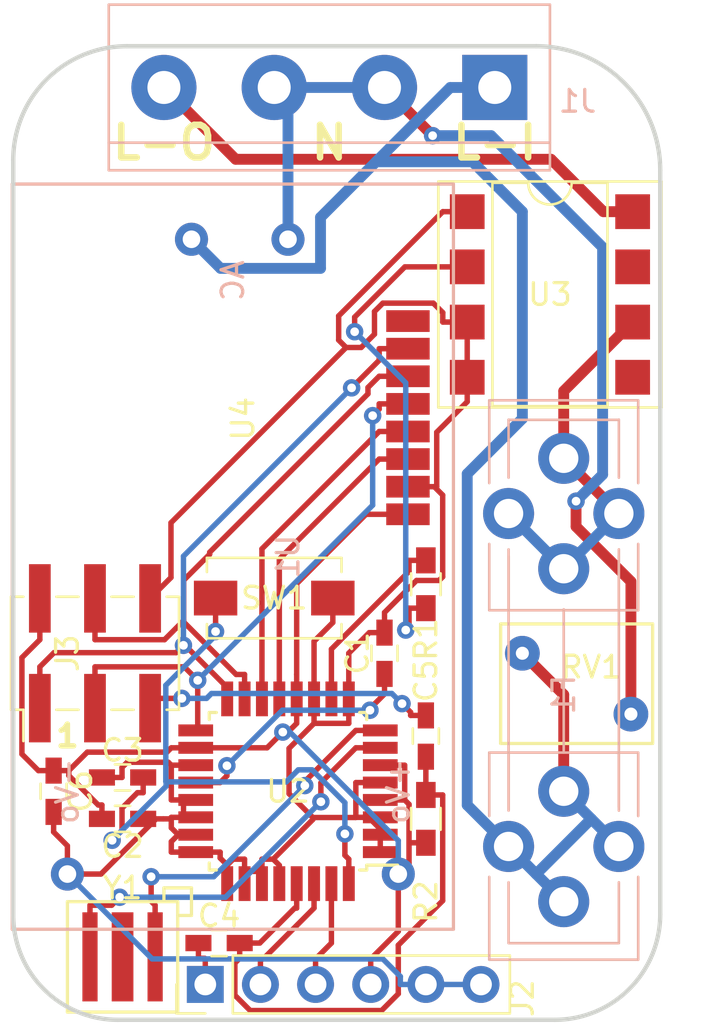
<source format=kicad_pcb>
(kicad_pcb (version 20171130) (host pcbnew "(5.0.1)-4")

  (general
    (thickness 1.6)
    (drawings 12)
    (tracks 334)
    (zones 0)
    (modules 19)
    (nets 23)
  )

  (page A4)
  (title_block
    (title "Mysensors Wall Switch")
    (date 2019-02-04)
    (rev 1)
    (company smart-devices.cf)
    (comment 1 "Avr328 + nrf24smd")
  )

  (layers
    (0 F.Cu signal)
    (31 B.Cu signal)
    (32 B.Adhes user)
    (33 F.Adhes user)
    (34 B.Paste user)
    (35 F.Paste user)
    (36 B.SilkS user)
    (37 F.SilkS user)
    (38 B.Mask user)
    (39 F.Mask user)
    (40 Dwgs.User user)
    (41 Cmts.User user)
    (42 Eco1.User user)
    (43 Eco2.User user)
    (44 Edge.Cuts user)
    (45 Margin user)
    (46 B.CrtYd user)
    (47 F.CrtYd user)
    (48 B.Fab user)
    (49 F.Fab user)
  )

  (setup
    (last_trace_width 0.25)
    (trace_clearance 0.2)
    (zone_clearance 0.508)
    (zone_45_only no)
    (trace_min 0.2)
    (segment_width 0.2)
    (edge_width 0.15)
    (via_size 0.8)
    (via_drill 0.4)
    (via_min_size 0.4)
    (via_min_drill 0.3)
    (uvia_size 0.3)
    (uvia_drill 0.1)
    (uvias_allowed no)
    (uvia_min_size 0.2)
    (uvia_min_drill 0.1)
    (pcb_text_width 0.3)
    (pcb_text_size 1.5 1.5)
    (mod_edge_width 0.15)
    (mod_text_size 1 1)
    (mod_text_width 0.15)
    (pad_size 1.524 1.524)
    (pad_drill 0.762)
    (pad_to_mask_clearance 0.051)
    (solder_mask_min_width 0.25)
    (aux_axis_origin 0 0)
    (visible_elements 7FFFFFFF)
    (pcbplotparams
      (layerselection 0x010fc_ffffffff)
      (usegerberextensions false)
      (usegerberattributes false)
      (usegerberadvancedattributes false)
      (creategerberjobfile false)
      (excludeedgelayer true)
      (linewidth 0.100000)
      (plotframeref false)
      (viasonmask false)
      (mode 1)
      (useauxorigin false)
      (hpglpennumber 1)
      (hpglpenspeed 20)
      (hpglpendiameter 15.000000)
      (psnegative false)
      (psa4output false)
      (plotreference true)
      (plotvalue true)
      (plotinvisibletext false)
      (padsonsilk false)
      (subtractmaskfromsilk false)
      (outputformat 1)
      (mirror false)
      (drillshape 0)
      (scaleselection 1)
      (outputdirectory "./"))
  )

  (net 0 "")
  (net 1 "Net-(C1-Pad1)")
  (net 2 GND)
  (net 3 VCC)
  (net 4 "Net-(C3-Pad2)")
  (net 5 "Net-(C4-Pad1)")
  (net 6 "Net-(C4-Pad2)")
  (net 7 "Net-(C5-Pad1)")
  (net 8 "Net-(F1-Pad1)")
  (net 9 L_IN)
  (net 10 L_OUT)
  (net 11 "Net-(J1-Pad2)")
  (net 12 "Net-(J2-Pad3)")
  (net 13 "Net-(J2-Pad2)")
  (net 14 "Net-(J3-Pad4)")
  (net 15 "Net-(J3-Pad3)")
  (net 16 "Net-(J3-Pad1)")
  (net 17 "Net-(R1-Pad1)")
  (net 18 "Net-(R1-Pad2)")
  (net 19 "Net-(U2-Pad14)")
  (net 20 "Net-(U2-Pad13)")
  (net 21 "Net-(U2-Pad8)")
  (net 22 "Net-(U2-Pad7)")

  (net_class Default "Dies ist die voreingestellte Netzklasse."
    (clearance 0.2)
    (trace_width 0.25)
    (via_dia 0.8)
    (via_drill 0.4)
    (uvia_dia 0.3)
    (uvia_drill 0.1)
    (add_net GND)
    (add_net "Net-(C1-Pad1)")
    (add_net "Net-(C3-Pad2)")
    (add_net "Net-(C4-Pad1)")
    (add_net "Net-(C4-Pad2)")
    (add_net "Net-(C5-Pad1)")
    (add_net "Net-(J2-Pad2)")
    (add_net "Net-(J2-Pad3)")
    (add_net "Net-(J3-Pad1)")
    (add_net "Net-(J3-Pad3)")
    (add_net "Net-(J3-Pad4)")
    (add_net "Net-(R1-Pad1)")
    (add_net "Net-(R1-Pad2)")
    (add_net "Net-(U2-Pad13)")
    (add_net "Net-(U2-Pad14)")
    (add_net "Net-(U2-Pad7)")
    (add_net "Net-(U2-Pad8)")
    (add_net VCC)
  )

  (net_class 230v ""
    (clearance 0.3)
    (trace_width 0.5)
    (via_dia 0.8)
    (via_drill 0.4)
    (uvia_dia 0.3)
    (uvia_drill 0.1)
    (add_net L_IN)
    (add_net L_OUT)
    (add_net "Net-(F1-Pad1)")
    (add_net "Net-(J1-Pad2)")
  )

  (module Housings_DIP:DIP-8_W7.62mm_SMDSocket_SmallPads (layer F.Cu) (tedit 59C78D6B) (tstamp 5C576C68)
    (at 149.225 86.36)
    (descr "8-lead though-hole mounted DIP package, row spacing 7.62 mm (300 mils), SMDSocket, SmallPads")
    (tags "THT DIP DIL PDIP 2.54mm 7.62mm 300mil SMDSocket SmallPads")
    (path /5C2F5A85)
    (attr smd)
    (fp_text reference U3 (at 0 0) (layer F.SilkS)
      (effects (font (size 1 1) (thickness 0.15)))
    )
    (fp_text value AQH3213 (at 0 0 90) (layer F.Fab)
      (effects (font (size 1 1) (thickness 0.15)))
    )
    (fp_text user %R (at 0 0) (layer F.Fab)
      (effects (font (size 1 1) (thickness 0.15)))
    )
    (fp_line (start 5.35 -5.4) (end -5.35 -5.4) (layer F.CrtYd) (width 0.05))
    (fp_line (start 5.35 5.4) (end 5.35 -5.4) (layer F.CrtYd) (width 0.05))
    (fp_line (start -5.35 5.4) (end 5.35 5.4) (layer F.CrtYd) (width 0.05))
    (fp_line (start -5.35 -5.4) (end -5.35 5.4) (layer F.CrtYd) (width 0.05))
    (fp_line (start 5.14 -5.2) (end -5.14 -5.2) (layer F.SilkS) (width 0.12))
    (fp_line (start 5.14 5.2) (end 5.14 -5.2) (layer F.SilkS) (width 0.12))
    (fp_line (start -5.14 5.2) (end 5.14 5.2) (layer F.SilkS) (width 0.12))
    (fp_line (start -5.14 -5.2) (end -5.14 5.2) (layer F.SilkS) (width 0.12))
    (fp_line (start 2.65 -5.14) (end 1 -5.14) (layer F.SilkS) (width 0.12))
    (fp_line (start 2.65 5.14) (end 2.65 -5.14) (layer F.SilkS) (width 0.12))
    (fp_line (start -2.65 5.14) (end 2.65 5.14) (layer F.SilkS) (width 0.12))
    (fp_line (start -2.65 -5.14) (end -2.65 5.14) (layer F.SilkS) (width 0.12))
    (fp_line (start -1 -5.14) (end -2.65 -5.14) (layer F.SilkS) (width 0.12))
    (fp_line (start 5.08 -5.14) (end -5.08 -5.14) (layer F.Fab) (width 0.1))
    (fp_line (start 5.08 5.14) (end 5.08 -5.14) (layer F.Fab) (width 0.1))
    (fp_line (start -5.08 5.14) (end 5.08 5.14) (layer F.Fab) (width 0.1))
    (fp_line (start -5.08 -5.14) (end -5.08 5.14) (layer F.Fab) (width 0.1))
    (fp_line (start -3.175 -4.08) (end -2.175 -5.08) (layer F.Fab) (width 0.1))
    (fp_line (start -3.175 5.08) (end -3.175 -4.08) (layer F.Fab) (width 0.1))
    (fp_line (start 3.175 5.08) (end -3.175 5.08) (layer F.Fab) (width 0.1))
    (fp_line (start 3.175 -5.08) (end 3.175 5.08) (layer F.Fab) (width 0.1))
    (fp_line (start -2.175 -5.08) (end 3.175 -5.08) (layer F.Fab) (width 0.1))
    (fp_arc (start 0 -5.14) (end -1 -5.14) (angle -180) (layer F.SilkS) (width 0.12))
    (pad 8 smd rect (at 3.81 -3.81) (size 1.6 1.6) (layers F.Cu F.Paste F.Mask)
      (net 10 L_OUT))
    (pad 4 smd rect (at -3.81 3.81) (size 1.6 1.6) (layers F.Cu F.Paste F.Mask)
      (net 2 GND))
    (pad 7 smd rect (at 3.81 -1.27) (size 1.6 1.6) (layers F.Cu F.Paste F.Mask))
    (pad 3 smd rect (at -3.81 1.27) (size 1.6 1.6) (layers F.Cu F.Paste F.Mask)
      (net 2 GND))
    (pad 6 smd rect (at 3.81 1.27) (size 1.6 1.6) (layers F.Cu F.Paste F.Mask)
      (net 9 L_IN))
    (pad 2 smd rect (at -3.81 -1.27) (size 1.6 1.6) (layers F.Cu F.Paste F.Mask)
      (net 18 "Net-(R1-Pad2)"))
    (pad 5 smd rect (at 3.81 3.81) (size 1.6 1.6) (layers F.Cu F.Paste F.Mask))
    (pad 1 smd rect (at -3.81 -3.81) (size 1.6 1.6) (layers F.Cu F.Paste F.Mask)
      (net 2 GND))
    (model ${KISYS3DMOD}/Package_DIP.3dshapes/SMDIP-8_W7.62mm.wrl
      (at (xyz 0 0 0))
      (scale (xyz 1 1 1))
      (rotate (xyz 0 0 0))
    )
  )

  (module Connectors_Terminal_Blocks:TerminalBlock_bornier-4_P5.08mm (layer B.Cu) (tedit 59FF03D1) (tstamp 5C576B7E)
    (at 146.685 76.835 180)
    (descr "simple 4-pin terminal block, pitch 5.08mm, revamped version of bornier4")
    (tags "terminal block bornier4")
    (path /5C55D2D8)
    (fp_text reference J1 (at -3.81 -0.635 180) (layer B.SilkS)
      (effects (font (size 1 1) (thickness 0.15)) (justify mirror))
    )
    (fp_text value Screw_Terminal_01x04 (at 7.6 -4.75 180) (layer B.Fab)
      (effects (font (size 1 1) (thickness 0.15)) (justify mirror))
    )
    (fp_line (start 17.97 -4) (end -2.73 -4) (layer B.CrtYd) (width 0.05))
    (fp_line (start 17.97 -4) (end 17.97 4) (layer B.CrtYd) (width 0.05))
    (fp_line (start -2.73 4) (end -2.73 -4) (layer B.CrtYd) (width 0.05))
    (fp_line (start -2.73 4) (end 17.97 4) (layer B.CrtYd) (width 0.05))
    (fp_line (start -2.54 -3.81) (end 17.78 -3.81) (layer B.SilkS) (width 0.12))
    (fp_line (start -2.54 3.81) (end 17.78 3.81) (layer B.SilkS) (width 0.12))
    (fp_line (start 17.78 -2.54) (end -2.54 -2.54) (layer B.SilkS) (width 0.12))
    (fp_line (start 17.78 -3.81) (end 17.78 3.81) (layer B.SilkS) (width 0.12))
    (fp_line (start -2.54 3.81) (end -2.54 -3.81) (layer B.SilkS) (width 0.12))
    (fp_line (start 17.72 -3.75) (end -2.43 -3.75) (layer B.Fab) (width 0.1))
    (fp_line (start 17.72 3.75) (end 17.72 -3.75) (layer B.Fab) (width 0.1))
    (fp_line (start -2.48 3.75) (end 17.72 3.75) (layer B.Fab) (width 0.1))
    (fp_line (start -2.48 -3.75) (end -2.48 3.75) (layer B.Fab) (width 0.1))
    (fp_line (start -2.43 -3.75) (end -2.48 -3.75) (layer B.Fab) (width 0.1))
    (fp_line (start -2.48 -2.55) (end 17.72 -2.55) (layer B.Fab) (width 0.1))
    (fp_text user %R (at 7.62 0 180) (layer B.Fab)
      (effects (font (size 1 1) (thickness 0.15)) (justify mirror))
    )
    (pad 4 thru_hole circle (at 15.24 0 180) (size 3 3) (drill 1.52) (layers *.Cu *.Mask)
      (net 10 L_OUT))
    (pad 1 thru_hole rect (at 0 0 180) (size 3 3) (drill 1.52) (layers *.Cu *.Mask)
      (net 8 "Net-(F1-Pad1)"))
    (pad 3 thru_hole circle (at 10.16 0 180) (size 3 3) (drill 1.52) (layers *.Cu *.Mask)
      (net 11 "Net-(J1-Pad2)"))
    (pad 2 thru_hole circle (at 5.08 0 180) (size 3 3) (drill 1.52) (layers *.Cu *.Mask)
      (net 11 "Net-(J1-Pad2)"))
    (model ${KISYS3DMOD}/Terminal_Blocks.3dshapes/Pheonix_MKDS1.5-4pol.wrl
      (offset (xyz 7.5 0 0))
      (scale (xyz 1 1 1))
      (rotate (xyz 0 0 180))
    )
  )

  (module Fuse_Holders_and_Fuses:Fuseholder5x20_horiz_open_universal_Type-III (layer B.Cu) (tedit 0) (tstamp 5C576B66)
    (at 149.86 114.3 90)
    (descr "Fuseholder, 5x20, open, horizontal, Type-III, universal, inline, lateral,")
    (tags "Fuseholder 5x20 open horizontal Type-III universal inline lateral Sicherungshalter offen ")
    (path /5C31D9DC)
    (fp_text reference F1 (at 9.525 0 90) (layer B.SilkS)
      (effects (font (size 1 1) (thickness 0.15)) (justify mirror))
    )
    (fp_text value BK/GMD-1.2R (at 12.74 -6.35 90) (layer B.Fab)
      (effects (font (size 1 1) (thickness 0.15)) (justify mirror))
    )
    (fp_line (start 2.55 0) (end 17.9 0) (layer B.Fab) (width 0.1))
    (fp_line (start -1.9 2.55) (end 22.2 2.55) (layer B.Fab) (width 0.1))
    (fp_line (start 22.2 2.55) (end 22.2 -2.55) (layer B.Fab) (width 0.1))
    (fp_line (start 22.2 -2.55) (end -1.9 -2.55) (layer B.Fab) (width 0.1))
    (fp_line (start -1.9 -2.55) (end -1.9 2.5) (layer B.Fab) (width 0.1))
    (fp_line (start 13.5 3.35) (end 13.5 -3.35) (layer B.Fab) (width 0.1))
    (fp_line (start 13.5 -3.35) (end 23.05 -3.35) (layer B.Fab) (width 0.1))
    (fp_line (start 23.05 -3.35) (end 23.05 3.3) (layer B.Fab) (width 0.1))
    (fp_line (start 23.05 3.3) (end 13.5 3.35) (layer B.Fab) (width 0.1))
    (fp_line (start -2.6 3.35) (end 6.75 3.35) (layer B.Fab) (width 0.1))
    (fp_line (start 6.75 3.35) (end 6.75 -3.35) (layer B.Fab) (width 0.1))
    (fp_line (start 6.75 -3.35) (end -2.6 -3.35) (layer B.Fab) (width 0.1))
    (fp_line (start -2.6 -3.35) (end -2.6 3.35) (layer B.Fab) (width 0.1))
    (fp_line (start 6.95 0) (end 13.45 0) (layer B.SilkS) (width 0.12))
    (fp_line (start 6.86 -3.43) (end 3.94 -3.43) (layer B.SilkS) (width 0.12))
    (fp_line (start -2.67 -3.43) (end 1.14 -3.43) (layer B.SilkS) (width 0.12))
    (fp_line (start -1.9 -2.54) (end 0.89 -2.54) (layer B.SilkS) (width 0.12))
    (fp_line (start 6.86 -2.54) (end 4.19 -2.54) (layer B.SilkS) (width 0.12))
    (fp_line (start -2.67 3.43) (end 1.14 3.43) (layer B.SilkS) (width 0.12))
    (fp_line (start -1.9 2.54) (end 0.89 2.54) (layer B.SilkS) (width 0.12))
    (fp_line (start 6.86 3.43) (end 3.94 3.43) (layer B.SilkS) (width 0.12))
    (fp_line (start 6.86 2.54) (end 4.19 2.54) (layer B.SilkS) (width 0.12))
    (fp_line (start 13.41 3.43) (end 16.46 3.43) (layer B.SilkS) (width 0.12))
    (fp_line (start 13.41 2.54) (end 16.21 2.54) (layer B.SilkS) (width 0.12))
    (fp_line (start 13.41 -2.54) (end 16.21 -2.54) (layer B.SilkS) (width 0.12))
    (fp_line (start 13.41 -3.43) (end 16.46 -3.43) (layer B.SilkS) (width 0.12))
    (fp_line (start 23.07 -3.43) (end 19.26 -3.43) (layer B.SilkS) (width 0.12))
    (fp_line (start 22.18 -2.54) (end 19.51 -2.54) (layer B.SilkS) (width 0.12))
    (fp_line (start 23.07 3.43) (end 19.26 3.43) (layer B.SilkS) (width 0.12))
    (fp_line (start 22.18 2.54) (end 19.51 2.54) (layer B.SilkS) (width 0.12))
    (fp_line (start 23.07 3.43) (end 23.07 -3.43) (layer B.SilkS) (width 0.12))
    (fp_line (start 13.41 -3.43) (end 13.41 -2.54) (layer B.SilkS) (width 0.12))
    (fp_line (start 13.41 3.43) (end 13.41 2.54) (layer B.SilkS) (width 0.12))
    (fp_line (start -2.67 3.43) (end -2.67 -3.43) (layer B.SilkS) (width 0.12))
    (fp_line (start 6.86 -3.43) (end 6.86 -2.54) (layer B.SilkS) (width 0.12))
    (fp_line (start 6.86 3.43) (end 6.86 2.41) (layer B.SilkS) (width 0.12))
    (fp_line (start 15.91 -2.54) (end 4.23 -2.54) (layer B.SilkS) (width 0.12))
    (fp_line (start 4.36 2.54) (end 15.91 2.54) (layer B.SilkS) (width 0.12))
    (fp_line (start 6.86 0) (end 6.86 2.54) (layer B.SilkS) (width 0.12))
    (fp_line (start -1.91 2.54) (end -1.91 -2.54) (layer B.SilkS) (width 0.12))
    (fp_line (start 6.86 -2.54) (end 6.86 0) (layer B.SilkS) (width 0.12))
    (fp_line (start 13.41 0) (end 13.41 2.54) (layer B.SilkS) (width 0.12))
    (fp_line (start 22.17 2.54) (end 22.17 -2.54) (layer B.SilkS) (width 0.12))
    (fp_line (start 13.41 -2.54) (end 13.41 0) (layer B.SilkS) (width 0.12))
    (fp_line (start -2.85 3.96) (end 23.3 3.96) (layer B.CrtYd) (width 0.05))
    (fp_line (start -2.85 3.96) (end -2.85 -3.96) (layer B.CrtYd) (width 0.05))
    (fp_line (start 23.3 -3.96) (end 23.3 3.96) (layer B.CrtYd) (width 0.05))
    (fp_line (start 23.3 -3.96) (end -2.85 -3.96) (layer B.CrtYd) (width 0.05))
    (pad 2 thru_hole circle (at 15.32 0 90) (size 2.35 2.35) (drill 1.35) (layers *.Cu *.Mask)
      (net 9 L_IN))
    (pad 2 thru_hole circle (at 20.4 0 90) (size 2.35 2.35) (drill 1.35) (layers *.Cu *.Mask)
      (net 9 L_IN))
    (pad 1 thru_hole circle (at 5.08 0 90) (size 2.35 2.35) (drill 1.35) (layers *.Cu *.Mask)
      (net 8 "Net-(F1-Pad1)"))
    (pad 1 thru_hole circle (at 0 0 90) (size 2.35 2.35) (drill 1.35) (layers *.Cu *.Mask)
      (net 8 "Net-(F1-Pad1)"))
    (pad 2 thru_hole circle (at 17.86 2.54 90) (size 2.35 2.35) (drill 1.35) (layers *.Cu *.Mask)
      (net 9 L_IN))
    (pad 2 thru_hole circle (at 17.86 -2.54 90) (size 2.35 2.35) (drill 1.35) (layers *.Cu *.Mask)
      (net 9 L_IN))
    (pad 1 thru_hole circle (at 2.54 2.54 90) (size 2.35 2.35) (drill 1.35) (layers *.Cu *.Mask)
      (net 8 "Net-(F1-Pad1)"))
    (pad 1 thru_hole circle (at 2.54 -2.54 90) (size 2.35 2.35) (drill 1.35) (layers *.Cu *.Mask)
      (net 8 "Net-(F1-Pad1)"))
  )

  (module mysensors_radios:NRF24L01-SMD (layer F.Cu) (tedit 574A9E44) (tstamp 5C577384)
    (at 133.985 92.075 90)
    (path /5C2D189B)
    (fp_text reference U4 (at 0 1.1 90) (layer F.SilkS)
      (effects (font (size 1 1) (thickness 0.15)))
    )
    (fp_text value NRF24L01 (at 0 -4.8 90) (layer F.Fab)
      (effects (font (size 1 1) (thickness 0.15)))
    )
    (fp_line (start -6 -2.8) (end 6 -2.8) (layer F.CrtYd) (width 0.15))
    (fp_line (start -6 8.7) (end -6 -9.3) (layer F.CrtYd) (width 0.15))
    (fp_line (start 6 8.7) (end -6 8.7) (layer F.CrtYd) (width 0.15))
    (fp_line (start 6 -9.3) (end 6 8.7) (layer F.CrtYd) (width 0.15))
    (fp_line (start -6 -9.3) (end 6 -9.3) (layer F.CrtYd) (width 0.15))
    (pad 2 smd rect (at -4.4 8.7 90) (size 1 2) (layers F.Cu F.Paste F.Mask)
      (net 3 VCC))
    (pad 1 smd rect (at -3.13 8.7 90) (size 1 2) (layers F.Cu F.Paste F.Mask)
      (net 2 GND))
    (pad 3 smd rect (at -1.86 8.7 90) (size 1 2) (layers F.Cu F.Paste F.Mask)
      (net 20 "Net-(U2-Pad13)"))
    (pad 4 smd rect (at -0.59 8.7 90) (size 1 2) (layers F.Cu F.Paste F.Mask)
      (net 19 "Net-(U2-Pad14)"))
    (pad 5 smd rect (at 0.68 8.7 90) (size 1 2) (layers F.Cu F.Paste F.Mask)
      (net 15 "Net-(J3-Pad3)"))
    (pad 6 smd rect (at 1.95 8.7 90) (size 1 2) (layers F.Cu F.Paste F.Mask)
      (net 14 "Net-(J3-Pad4)"))
    (pad 7 smd rect (at 3.22 8.7 90) (size 1 2) (layers F.Cu F.Paste F.Mask)
      (net 16 "Net-(J3-Pad1)"))
    (pad 8 smd rect (at 4.49 8.7 90) (size 1 2) (layers F.Cu F.Paste F.Mask))
    (model ${MYSLOCAL}/mysensors.3dshapes/mysensors_radios.3dshapes/nrf24smd.wrl
      (offset (xyz -146.3674978017807 73.65999889373779 0.7619999885559082))
      (scale (xyz 0.395 0.395 0.395))
      (rotate (xyz 0 0 0))
    )
    (model Housings_DFN_QFN.3dshapes/QFN-20-1EP_5x5mm_Pitch0.65mm.wrl
      (offset (xyz 0.4190999937057495 -2.7685999584198 1.574799976348877))
      (scale (xyz 1 1 1))
      (rotate (xyz 0 0 0))
    )
  )

  (module Housings_QFP:TQFP-32_7x7mm_Pitch0.8mm (layer F.Cu) (tedit 58CC9A48) (tstamp 5C576C44)
    (at 137.16 109.22 180)
    (descr "32-Lead Plastic Thin Quad Flatpack (PT) - 7x7x1.0 mm Body, 2.00 mm [TQFP] (see Microchip Packaging Specification 00000049BS.pdf)")
    (tags "QFP 0.8")
    (path /5C2D162C)
    (attr smd)
    (fp_text reference U2 (at 0 0 180) (layer F.SilkS)
      (effects (font (size 1 1) (thickness 0.15)))
    )
    (fp_text value ATmega328P-AU (at 0 6.05 180) (layer F.Fab)
      (effects (font (size 1 1) (thickness 0.15)))
    )
    (fp_line (start -3.625 -3.4) (end -5.05 -3.4) (layer F.SilkS) (width 0.15))
    (fp_line (start 3.625 -3.625) (end 3.3 -3.625) (layer F.SilkS) (width 0.15))
    (fp_line (start 3.625 3.625) (end 3.3 3.625) (layer F.SilkS) (width 0.15))
    (fp_line (start -3.625 3.625) (end -3.3 3.625) (layer F.SilkS) (width 0.15))
    (fp_line (start -3.625 -3.625) (end -3.3 -3.625) (layer F.SilkS) (width 0.15))
    (fp_line (start -3.625 3.625) (end -3.625 3.3) (layer F.SilkS) (width 0.15))
    (fp_line (start 3.625 3.625) (end 3.625 3.3) (layer F.SilkS) (width 0.15))
    (fp_line (start 3.625 -3.625) (end 3.625 -3.3) (layer F.SilkS) (width 0.15))
    (fp_line (start -3.625 -3.625) (end -3.625 -3.4) (layer F.SilkS) (width 0.15))
    (fp_line (start -5.3 5.3) (end 5.3 5.3) (layer F.CrtYd) (width 0.05))
    (fp_line (start -5.3 -5.3) (end 5.3 -5.3) (layer F.CrtYd) (width 0.05))
    (fp_line (start 5.3 -5.3) (end 5.3 5.3) (layer F.CrtYd) (width 0.05))
    (fp_line (start -5.3 -5.3) (end -5.3 5.3) (layer F.CrtYd) (width 0.05))
    (fp_line (start -3.5 -2.5) (end -2.5 -3.5) (layer F.Fab) (width 0.15))
    (fp_line (start -3.5 3.5) (end -3.5 -2.5) (layer F.Fab) (width 0.15))
    (fp_line (start 3.5 3.5) (end -3.5 3.5) (layer F.Fab) (width 0.15))
    (fp_line (start 3.5 -3.5) (end 3.5 3.5) (layer F.Fab) (width 0.15))
    (fp_line (start -2.5 -3.5) (end 3.5 -3.5) (layer F.Fab) (width 0.15))
    (fp_text user %R (at 0 0 180) (layer F.Fab)
      (effects (font (size 1 1) (thickness 0.15)))
    )
    (pad 32 smd rect (at -2.8 -4.25 270) (size 1.6 0.55) (layers F.Cu F.Paste F.Mask)
      (net 4 "Net-(C3-Pad2)"))
    (pad 31 smd rect (at -2 -4.25 270) (size 1.6 0.55) (layers F.Cu F.Paste F.Mask)
      (net 12 "Net-(J2-Pad3)"))
    (pad 30 smd rect (at -1.2 -4.25 270) (size 1.6 0.55) (layers F.Cu F.Paste F.Mask)
      (net 13 "Net-(J2-Pad2)"))
    (pad 29 smd rect (at -0.4 -4.25 270) (size 1.6 0.55) (layers F.Cu F.Paste F.Mask)
      (net 6 "Net-(C4-Pad2)"))
    (pad 28 smd rect (at 0.4 -4.25 270) (size 1.6 0.55) (layers F.Cu F.Paste F.Mask)
      (net 2 GND))
    (pad 27 smd rect (at 1.2 -4.25 270) (size 1.6 0.55) (layers F.Cu F.Paste F.Mask)
      (net 2 GND))
    (pad 26 smd rect (at 2 -4.25 270) (size 1.6 0.55) (layers F.Cu F.Paste F.Mask)
      (net 2 GND))
    (pad 25 smd rect (at 2.8 -4.25 270) (size 1.6 0.55) (layers F.Cu F.Paste F.Mask)
      (net 2 GND))
    (pad 24 smd rect (at 4.25 -2.8 180) (size 1.6 0.55) (layers F.Cu F.Paste F.Mask)
      (net 2 GND))
    (pad 23 smd rect (at 4.25 -2 180) (size 1.6 0.55) (layers F.Cu F.Paste F.Mask)
      (net 2 GND))
    (pad 22 smd rect (at 4.25 -1.2 180) (size 1.6 0.55) (layers F.Cu F.Paste F.Mask)
      (net 2 GND))
    (pad 21 smd rect (at 4.25 -0.4 180) (size 1.6 0.55) (layers F.Cu F.Paste F.Mask)
      (net 2 GND))
    (pad 20 smd rect (at 4.25 0.4 180) (size 1.6 0.55) (layers F.Cu F.Paste F.Mask)
      (net 1 "Net-(C1-Pad1)"))
    (pad 19 smd rect (at 4.25 1.2 180) (size 1.6 0.55) (layers F.Cu F.Paste F.Mask)
      (net 2 GND))
    (pad 18 smd rect (at 4.25 2 180) (size 1.6 0.55) (layers F.Cu F.Paste F.Mask)
      (net 3 VCC))
    (pad 17 smd rect (at 4.25 2.8 180) (size 1.6 0.55) (layers F.Cu F.Paste F.Mask)
      (net 15 "Net-(J3-Pad3)"))
    (pad 16 smd rect (at 2.8 4.25 270) (size 1.6 0.55) (layers F.Cu F.Paste F.Mask)
      (net 16 "Net-(J3-Pad1)"))
    (pad 15 smd rect (at 2 4.25 270) (size 1.6 0.55) (layers F.Cu F.Paste F.Mask)
      (net 14 "Net-(J3-Pad4)"))
    (pad 14 smd rect (at 1.2 4.25 270) (size 1.6 0.55) (layers F.Cu F.Paste F.Mask)
      (net 19 "Net-(U2-Pad14)"))
    (pad 13 smd rect (at 0.4 4.25 270) (size 1.6 0.55) (layers F.Cu F.Paste F.Mask)
      (net 20 "Net-(U2-Pad13)"))
    (pad 12 smd rect (at -0.4 4.25 270) (size 1.6 0.55) (layers F.Cu F.Paste F.Mask)
      (net 3 VCC))
    (pad 11 smd rect (at -1.2 4.25 270) (size 1.6 0.55) (layers F.Cu F.Paste F.Mask)
      (net 2 GND))
    (pad 10 smd rect (at -2 4.25 270) (size 1.6 0.55) (layers F.Cu F.Paste F.Mask)
      (net 17 "Net-(R1-Pad1)"))
    (pad 9 smd rect (at -2.8 4.25 270) (size 1.6 0.55) (layers F.Cu F.Paste F.Mask)
      (net 2 GND))
    (pad 8 smd rect (at -4.25 2.8 180) (size 1.6 0.55) (layers F.Cu F.Paste F.Mask)
      (net 21 "Net-(U2-Pad8)"))
    (pad 7 smd rect (at -4.25 2 180) (size 1.6 0.55) (layers F.Cu F.Paste F.Mask)
      (net 22 "Net-(U2-Pad7)"))
    (pad 6 smd rect (at -4.25 1.2 180) (size 1.6 0.55) (layers F.Cu F.Paste F.Mask)
      (net 3 VCC))
    (pad 5 smd rect (at -4.25 0.4 180) (size 1.6 0.55) (layers F.Cu F.Paste F.Mask)
      (net 2 GND))
    (pad 4 smd rect (at -4.25 -0.4 180) (size 1.6 0.55) (layers F.Cu F.Paste F.Mask)
      (net 3 VCC))
    (pad 3 smd rect (at -4.25 -1.2 180) (size 1.6 0.55) (layers F.Cu F.Paste F.Mask)
      (net 2 GND))
    (pad 2 smd rect (at -4.25 -2 180) (size 1.6 0.55) (layers F.Cu F.Paste F.Mask)
      (net 2 GND))
    (pad 1 smd rect (at -4.25 -2.8 180) (size 1.6 0.55) (layers F.Cu F.Paste F.Mask)
      (net 2 GND))
    (model ${KISYS3DMOD}/Housings_QFP.3dshapes/TQFP-32_7x7mm_Pitch0.8mm.wrl
      (at (xyz 0 0 0))
      (scale (xyz 1 1 1))
      (rotate (xyz 0 0 0))
    )
  )

  (module ennys:Resonator_Ceramic (layer F.Cu) (tedit 5C576D6C) (tstamp 5C576C88)
    (at 129.54 116.84 180)
    (path /5C2D1786)
    (attr smd)
    (fp_text reference Y1 (at 0 3.175 180) (layer F.SilkS)
      (effects (font (size 1 1) (thickness 0.15)))
    )
    (fp_text value Resonator (at 3.81 4.445 270) (layer F.Fab)
      (effects (font (size 1 1) (thickness 0.15)))
    )
    (fp_line (start -2.54 -2.54) (end 2.54 -2.54) (layer F.SilkS) (width 0.15))
    (fp_line (start 2.54 -2.54) (end 2.54 2.54) (layer F.SilkS) (width 0.15))
    (fp_line (start 2.54 2.54) (end -2.54 2.54) (layer F.SilkS) (width 0.15))
    (fp_line (start -2.54 2.54) (end -2.54 -2.54) (layer F.SilkS) (width 0.15))
    (fp_line (start -2.54 1.905) (end -3.175 1.905) (layer F.SilkS) (width 0.15))
    (fp_line (start -3.175 1.905) (end -3.175 3.175) (layer F.SilkS) (width 0.15))
    (fp_line (start -3.175 3.175) (end -1.905 3.175) (layer F.SilkS) (width 0.15))
    (fp_line (start -1.905 3.175) (end -1.905 2.54) (layer F.SilkS) (width 0.15))
    (pad 1 smd rect (at -1.5 0 180) (size 0.7 4.1) (layers F.Cu F.Paste F.Mask)
      (net 21 "Net-(U2-Pad8)"))
    (pad 2 smd rect (at 0 0 180) (size 1 4.1) (layers F.Cu F.Paste F.Mask))
    (pad 3 smd rect (at 1.5 0 180) (size 0.7 4.1) (layers F.Cu F.Paste F.Mask)
      (net 22 "Net-(U2-Pad7)"))
    (model ${KISYS3DMOD}/Crystals.3dshapes/Resonator-3pin_w6.0mm_h3.0mm.wrl
      (offset (xyz -2 0 0))
      (scale (xyz 0.3 0.4 0.1001))
      (rotate (xyz 0 0 0))
    )
  )

  (module Pin_Headers:Pin_Header_Straight_1x06_Pitch2.54mm (layer F.Cu) (tedit 59650532) (tstamp 5C576B98)
    (at 133.35 118.11 90)
    (descr "Through hole straight pin header, 1x06, 2.54mm pitch, single row")
    (tags "Through hole pin header THT 1x06 2.54mm single row")
    (path /5C2E19B1)
    (fp_text reference J2 (at -0.635 14.605 90) (layer F.SilkS)
      (effects (font (size 1 1) (thickness 0.15)))
    )
    (fp_text value TTL (at 0 15.03 90) (layer F.Fab)
      (effects (font (size 1 1) (thickness 0.15)))
    )
    (fp_text user %R (at 0 6.35 180) (layer F.Fab)
      (effects (font (size 1 1) (thickness 0.15)))
    )
    (fp_line (start 1.8 -1.8) (end -1.8 -1.8) (layer F.CrtYd) (width 0.05))
    (fp_line (start 1.8 14.5) (end 1.8 -1.8) (layer F.CrtYd) (width 0.05))
    (fp_line (start -1.8 14.5) (end 1.8 14.5) (layer F.CrtYd) (width 0.05))
    (fp_line (start -1.8 -1.8) (end -1.8 14.5) (layer F.CrtYd) (width 0.05))
    (fp_line (start -1.33 -1.33) (end 0 -1.33) (layer F.SilkS) (width 0.12))
    (fp_line (start -1.33 0) (end -1.33 -1.33) (layer F.SilkS) (width 0.12))
    (fp_line (start -1.33 1.27) (end 1.33 1.27) (layer F.SilkS) (width 0.12))
    (fp_line (start 1.33 1.27) (end 1.33 14.03) (layer F.SilkS) (width 0.12))
    (fp_line (start -1.33 1.27) (end -1.33 14.03) (layer F.SilkS) (width 0.12))
    (fp_line (start -1.33 14.03) (end 1.33 14.03) (layer F.SilkS) (width 0.12))
    (fp_line (start -1.27 -0.635) (end -0.635 -1.27) (layer F.Fab) (width 0.1))
    (fp_line (start -1.27 13.97) (end -1.27 -0.635) (layer F.Fab) (width 0.1))
    (fp_line (start 1.27 13.97) (end -1.27 13.97) (layer F.Fab) (width 0.1))
    (fp_line (start 1.27 -1.27) (end 1.27 13.97) (layer F.Fab) (width 0.1))
    (fp_line (start -0.635 -1.27) (end 1.27 -1.27) (layer F.Fab) (width 0.1))
    (pad 6 thru_hole oval (at 0 12.7 90) (size 1.7 1.7) (drill 1) (layers *.Cu *.Mask)
      (net 2 GND))
    (pad 5 thru_hole oval (at 0 10.16 90) (size 1.7 1.7) (drill 1) (layers *.Cu *.Mask)
      (net 2 GND))
    (pad 4 thru_hole oval (at 0 7.62 90) (size 1.7 1.7) (drill 1) (layers *.Cu *.Mask)
      (net 3 VCC))
    (pad 3 thru_hole oval (at 0 5.08 90) (size 1.7 1.7) (drill 1) (layers *.Cu *.Mask)
      (net 12 "Net-(J2-Pad3)"))
    (pad 2 thru_hole oval (at 0 2.54 90) (size 1.7 1.7) (drill 1) (layers *.Cu *.Mask)
      (net 13 "Net-(J2-Pad2)"))
    (pad 1 thru_hole rect (at 0 0 90) (size 1.7 1.7) (drill 1) (layers *.Cu *.Mask)
      (net 5 "Net-(C4-Pad1)"))
    (model ${KISYS3DMOD}/Pin_Headers.3dshapes/Pin_Header_Straight_1x06_Pitch2.54mm.wrl
      (at (xyz 0 0 0))
      (scale (xyz 1 1 1))
      (rotate (xyz 0 0 0))
    )
  )

  (module Resistors_SMD:R_0603_HandSoldering (layer F.Cu) (tedit 58E0A804) (tstamp 5C576BC5)
    (at 143.51 99.695 270)
    (descr "Resistor SMD 0603, hand soldering")
    (tags "resistor 0603")
    (path /5C3095AE)
    (attr smd)
    (fp_text reference R1 (at 2.54 0 270) (layer F.SilkS)
      (effects (font (size 1 1) (thickness 0.15)))
    )
    (fp_text value 220R (at 0 1.55 270) (layer F.Fab)
      (effects (font (size 1 1) (thickness 0.15)))
    )
    (fp_text user %R (at 0 0 270) (layer F.Fab)
      (effects (font (size 0.4 0.4) (thickness 0.075)))
    )
    (fp_line (start -0.8 0.4) (end -0.8 -0.4) (layer F.Fab) (width 0.1))
    (fp_line (start 0.8 0.4) (end -0.8 0.4) (layer F.Fab) (width 0.1))
    (fp_line (start 0.8 -0.4) (end 0.8 0.4) (layer F.Fab) (width 0.1))
    (fp_line (start -0.8 -0.4) (end 0.8 -0.4) (layer F.Fab) (width 0.1))
    (fp_line (start 0.5 0.68) (end -0.5 0.68) (layer F.SilkS) (width 0.12))
    (fp_line (start -0.5 -0.68) (end 0.5 -0.68) (layer F.SilkS) (width 0.12))
    (fp_line (start -1.96 -0.7) (end 1.95 -0.7) (layer F.CrtYd) (width 0.05))
    (fp_line (start -1.96 -0.7) (end -1.96 0.7) (layer F.CrtYd) (width 0.05))
    (fp_line (start 1.95 0.7) (end 1.95 -0.7) (layer F.CrtYd) (width 0.05))
    (fp_line (start 1.95 0.7) (end -1.96 0.7) (layer F.CrtYd) (width 0.05))
    (pad 1 smd rect (at -1.1 0 270) (size 1.2 0.9) (layers F.Cu F.Paste F.Mask)
      (net 17 "Net-(R1-Pad1)"))
    (pad 2 smd rect (at 1.1 0 270) (size 1.2 0.9) (layers F.Cu F.Paste F.Mask)
      (net 18 "Net-(R1-Pad2)"))
    (model ${KISYS3DMOD}/Resistors_SMD.3dshapes/R_0603.wrl
      (at (xyz 0 0 0))
      (scale (xyz 1 1 1))
      (rotate (xyz 0 0 0))
    )
  )

  (module Resistors_SMD:R_0603_HandSoldering (layer F.Cu) (tedit 58E0A804) (tstamp 5C576BD6)
    (at 143.51 110.49 90)
    (descr "Resistor SMD 0603, hand soldering")
    (tags "resistor 0603")
    (path /5C2D942F)
    (attr smd)
    (fp_text reference R2 (at -3.81 0 90) (layer F.SilkS)
      (effects (font (size 1 1) (thickness 0.15)))
    )
    (fp_text value 10k (at 0 1.55 90) (layer F.Fab)
      (effects (font (size 1 1) (thickness 0.15)))
    )
    (fp_line (start 1.95 0.7) (end -1.96 0.7) (layer F.CrtYd) (width 0.05))
    (fp_line (start 1.95 0.7) (end 1.95 -0.7) (layer F.CrtYd) (width 0.05))
    (fp_line (start -1.96 -0.7) (end -1.96 0.7) (layer F.CrtYd) (width 0.05))
    (fp_line (start -1.96 -0.7) (end 1.95 -0.7) (layer F.CrtYd) (width 0.05))
    (fp_line (start -0.5 -0.68) (end 0.5 -0.68) (layer F.SilkS) (width 0.12))
    (fp_line (start 0.5 0.68) (end -0.5 0.68) (layer F.SilkS) (width 0.12))
    (fp_line (start -0.8 -0.4) (end 0.8 -0.4) (layer F.Fab) (width 0.1))
    (fp_line (start 0.8 -0.4) (end 0.8 0.4) (layer F.Fab) (width 0.1))
    (fp_line (start 0.8 0.4) (end -0.8 0.4) (layer F.Fab) (width 0.1))
    (fp_line (start -0.8 0.4) (end -0.8 -0.4) (layer F.Fab) (width 0.1))
    (fp_text user %R (at -5.715 1.27 90) (layer F.Fab)
      (effects (font (size 0.4 0.4) (thickness 0.075)))
    )
    (pad 2 smd rect (at 1.1 0 90) (size 1.2 0.9) (layers F.Cu F.Paste F.Mask)
      (net 6 "Net-(C4-Pad2)"))
    (pad 1 smd rect (at -1.1 0 90) (size 1.2 0.9) (layers F.Cu F.Paste F.Mask)
      (net 3 VCC))
    (model ${KISYS3DMOD}/Resistors_SMD.3dshapes/R_0603.wrl
      (at (xyz 0 0 0))
      (scale (xyz 1 1 1))
      (rotate (xyz 0 0 0))
    )
  )

  (module ennys:HLK-PM01 (layer B.Cu) (tedit 5C575B35) (tstamp 5C576C0D)
    (at 134.62 98.425 270)
    (descr http://www.hlktech.net/product_detail.php?ProId=54)
    (tags "HLK-PM01 print power 5V")
    (path /5C2D194C)
    (fp_text reference U1 (at 0 -2.54 270) (layer B.SilkS)
      (effects (font (size 1 1) (thickness 0.15)) (justify mirror))
    )
    (fp_text value "HLK-PM03 (3.3 1A)" (at 0 4.445 270) (layer B.Fab)
      (effects (font (size 1 1) (thickness 0.15)) (justify mirror))
    )
    (fp_line (start -17.145 -10.16) (end 17.145 -10.16) (layer B.SilkS) (width 0.15))
    (fp_line (start 17.145 -10.16) (end 17.145 10.16) (layer B.SilkS) (width 0.15))
    (fp_line (start 17.145 10.16) (end -17.145 10.16) (layer B.SilkS) (width 0.15))
    (fp_line (start -17.145 10.16) (end -17.145 -10.16) (layer B.SilkS) (width 0.15))
    (fp_text user AC (at -12.7 0 270) (layer B.SilkS)
      (effects (font (size 1 1) (thickness 0.15)) (justify mirror))
    )
    (fp_text user -Vo (at 10.795 7.62 270) (layer B.SilkS)
      (effects (font (size 1 1) (thickness 0.15)) (justify mirror))
    )
    (fp_text user +Vo (at 10.795 -7.62 270) (layer B.SilkS)
      (effects (font (size 1 1) (thickness 0.15)) (justify mirror))
    )
    (pad 1 thru_hole circle (at -14.605 1.905 270) (size 1.524 1.524) (drill 0.81) (layers *.Cu *.Mask)
      (net 8 "Net-(F1-Pad1)"))
    (pad 2 thru_hole circle (at -14.605 -2.54 270) (size 1.524 1.524) (drill 0.81) (layers *.Cu *.Mask)
      (net 11 "Net-(J1-Pad2)"))
    (pad 3 thru_hole circle (at 14.605 7.62 270) (size 1.524 1.524) (drill 0.81) (layers *.Cu *.Mask)
      (net 2 GND))
    (pad 4 thru_hole circle (at 14.605 -7.62 270) (size 1.524 1.524) (drill 0.81) (layers *.Cu *.Mask)
      (net 3 VCC))
    (model ${ENNYLIB}/ennys.3d_shapes/hlk-pm01.wrl
      (offset (xyz 16.5 10 0))
      (scale (xyz 0.38 0.4 0.2))
      (rotate (xyz 0 0 180))
    )
  )

  (module Varistors:RV_Disc_D7_W5.5_P5 (layer F.Cu) (tedit 5529CAF8) (tstamp 5C576BE4)
    (at 147.955 102.87)
    (tags "varistor SIOV")
    (path /5C2D1C58)
    (fp_text reference RV1 (at 3.175 0.635) (layer F.SilkS)
      (effects (font (size 1 1) (thickness 0.15)))
    )
    (fp_text value MOV-07D391KTR (at 2.5 -2.35) (layer F.Fab)
      (effects (font (size 1 1) (thickness 0.15)))
    )
    (fp_line (start -1 -1.35) (end -1 4.15) (layer F.SilkS) (width 0.15))
    (fp_line (start 6 -1.35) (end 6 4.15) (layer F.SilkS) (width 0.15))
    (fp_line (start -1 -1.35) (end 6 -1.35) (layer F.SilkS) (width 0.15))
    (fp_line (start -1 4.15) (end 6 4.15) (layer F.SilkS) (width 0.15))
    (fp_line (start -1.25 -1.6) (end -1.25 4.4) (layer F.CrtYd) (width 0.05))
    (fp_line (start 6.25 -1.6) (end 6.25 4.4) (layer F.CrtYd) (width 0.05))
    (fp_line (start -1.25 -1.6) (end 6.25 -1.6) (layer F.CrtYd) (width 0.05))
    (fp_line (start -1.25 4.4) (end 6.25 4.4) (layer F.CrtYd) (width 0.05))
    (pad 2 thru_hole circle (at 5 2.8) (size 1.6 1.6) (drill 0.6) (layers *.Cu *.Mask)
      (net 11 "Net-(J1-Pad2)"))
    (pad 1 thru_hole circle (at 0 0) (size 1.6 1.6) (drill 0.6) (layers *.Cu *.Mask)
      (net 8 "Net-(F1-Pad1)"))
    (model ${KISYS3DMOD}/Capacitors_THT.3dshapes/C_Disc_D12.5mm_W5.0mm_P7.50mm.wrl
      (at (xyz 0 0 0))
      (scale (xyz 0.7 0.7 0.7))
      (rotate (xyz 0 0 30))
    )
  )

  (module Pin_Headers:Pin_Header_Straight_2x03_Pitch2.54mm_SMD (layer F.Cu) (tedit 59650532) (tstamp 5C576BB4)
    (at 128.27 102.87 90)
    (descr "surface-mounted straight pin header, 2x03, 2.54mm pitch, double rows")
    (tags "Surface mounted pin header SMD 2x03 2.54mm double row")
    (path /5C2D6596)
    (attr smd)
    (fp_text reference J3 (at 0 -1.27 90) (layer F.SilkS)
      (effects (font (size 1 1) (thickness 0.15)))
    )
    (fp_text value AVR-ISP-6 (at 0 4.87 90) (layer F.Fab)
      (effects (font (size 1 1) (thickness 0.15)))
    )
    (fp_line (start 2.54 3.81) (end -2.54 3.81) (layer F.Fab) (width 0.1))
    (fp_line (start -1.59 -3.81) (end 2.54 -3.81) (layer F.Fab) (width 0.1))
    (fp_line (start -2.54 3.81) (end -2.54 -2.86) (layer F.Fab) (width 0.1))
    (fp_line (start -2.54 -2.86) (end -1.59 -3.81) (layer F.Fab) (width 0.1))
    (fp_line (start 2.54 -3.81) (end 2.54 3.81) (layer F.Fab) (width 0.1))
    (fp_line (start -2.54 -2.86) (end -3.6 -2.86) (layer F.Fab) (width 0.1))
    (fp_line (start -3.6 -2.86) (end -3.6 -2.22) (layer F.Fab) (width 0.1))
    (fp_line (start -3.6 -2.22) (end -2.54 -2.22) (layer F.Fab) (width 0.1))
    (fp_line (start 2.54 -2.86) (end 3.6 -2.86) (layer F.Fab) (width 0.1))
    (fp_line (start 3.6 -2.86) (end 3.6 -2.22) (layer F.Fab) (width 0.1))
    (fp_line (start 3.6 -2.22) (end 2.54 -2.22) (layer F.Fab) (width 0.1))
    (fp_line (start -2.54 -0.32) (end -3.6 -0.32) (layer F.Fab) (width 0.1))
    (fp_line (start -3.6 -0.32) (end -3.6 0.32) (layer F.Fab) (width 0.1))
    (fp_line (start -3.6 0.32) (end -2.54 0.32) (layer F.Fab) (width 0.1))
    (fp_line (start 2.54 -0.32) (end 3.6 -0.32) (layer F.Fab) (width 0.1))
    (fp_line (start 3.6 -0.32) (end 3.6 0.32) (layer F.Fab) (width 0.1))
    (fp_line (start 3.6 0.32) (end 2.54 0.32) (layer F.Fab) (width 0.1))
    (fp_line (start -2.54 2.22) (end -3.6 2.22) (layer F.Fab) (width 0.1))
    (fp_line (start -3.6 2.22) (end -3.6 2.86) (layer F.Fab) (width 0.1))
    (fp_line (start -3.6 2.86) (end -2.54 2.86) (layer F.Fab) (width 0.1))
    (fp_line (start 2.54 2.22) (end 3.6 2.22) (layer F.Fab) (width 0.1))
    (fp_line (start 3.6 2.22) (end 3.6 2.86) (layer F.Fab) (width 0.1))
    (fp_line (start 3.6 2.86) (end 2.54 2.86) (layer F.Fab) (width 0.1))
    (fp_line (start -2.6 -3.87) (end 2.6 -3.87) (layer F.SilkS) (width 0.12))
    (fp_line (start -2.6 3.87) (end 2.6 3.87) (layer F.SilkS) (width 0.12))
    (fp_line (start -4.04 -3.3) (end -2.6 -3.3) (layer F.SilkS) (width 0.12))
    (fp_line (start -2.6 -3.87) (end -2.6 -3.3) (layer F.SilkS) (width 0.12))
    (fp_line (start 2.6 -3.87) (end 2.6 -3.3) (layer F.SilkS) (width 0.12))
    (fp_line (start -2.6 3.3) (end -2.6 3.87) (layer F.SilkS) (width 0.12))
    (fp_line (start 2.6 3.3) (end 2.6 3.87) (layer F.SilkS) (width 0.12))
    (fp_line (start -2.6 -1.78) (end -2.6 -0.76) (layer F.SilkS) (width 0.12))
    (fp_line (start 2.6 -1.78) (end 2.6 -0.76) (layer F.SilkS) (width 0.12))
    (fp_line (start -2.6 0.76) (end -2.6 1.78) (layer F.SilkS) (width 0.12))
    (fp_line (start 2.6 0.76) (end 2.6 1.78) (layer F.SilkS) (width 0.12))
    (fp_line (start -5.9 -4.35) (end -5.9 4.35) (layer F.CrtYd) (width 0.05))
    (fp_line (start -5.9 4.35) (end 5.9 4.35) (layer F.CrtYd) (width 0.05))
    (fp_line (start 5.9 4.35) (end 5.9 -4.35) (layer F.CrtYd) (width 0.05))
    (fp_line (start 5.9 -4.35) (end -5.9 -4.35) (layer F.CrtYd) (width 0.05))
    (fp_text user %R (at 0 1.27 180) (layer F.Fab)
      (effects (font (size 1 1) (thickness 0.15)))
    )
    (pad 1 smd rect (at -2.525 -2.54 90) (size 3.15 1) (layers F.Cu F.Paste F.Mask)
      (net 16 "Net-(J3-Pad1)"))
    (pad 2 smd rect (at 2.525 -2.54 90) (size 3.15 1) (layers F.Cu F.Paste F.Mask)
      (net 3 VCC))
    (pad 3 smd rect (at -2.525 0 90) (size 3.15 1) (layers F.Cu F.Paste F.Mask)
      (net 15 "Net-(J3-Pad3)"))
    (pad 4 smd rect (at 2.525 0 90) (size 3.15 1) (layers F.Cu F.Paste F.Mask)
      (net 14 "Net-(J3-Pad4)"))
    (pad 5 smd rect (at -2.525 2.54 90) (size 3.15 1) (layers F.Cu F.Paste F.Mask)
      (net 7 "Net-(C5-Pad1)"))
    (pad 6 smd rect (at 2.525 2.54 90) (size 3.15 1) (layers F.Cu F.Paste F.Mask)
      (net 2 GND))
    (model ${KISYS3DMOD}/Pin_Headers.3dshapes/Pin_Header_Straight_2x03_Pitch2.54mm_SMD.wrl
      (at (xyz 0 0 0))
      (scale (xyz 1 1 1))
      (rotate (xyz 0 0 0))
    )
  )

  (module Capacitors_SMD:C_0603_HandSoldering (layer F.Cu) (tedit 58AA848B) (tstamp 5C576AE5)
    (at 141.605 102.87 90)
    (descr "Capacitor SMD 0603, hand soldering")
    (tags "capacitor 0603")
    (path /5C2D2E49)
    (attr smd)
    (fp_text reference C1 (at 0 -1.25 90) (layer F.SilkS)
      (effects (font (size 1 1) (thickness 0.15)))
    )
    (fp_text value 100n (at 0 1.5 90) (layer F.Fab)
      (effects (font (size 1 1) (thickness 0.15)))
    )
    (fp_text user %R (at 0 -1.25 90) (layer F.Fab)
      (effects (font (size 1 1) (thickness 0.15)))
    )
    (fp_line (start -0.8 0.4) (end -0.8 -0.4) (layer F.Fab) (width 0.1))
    (fp_line (start 0.8 0.4) (end -0.8 0.4) (layer F.Fab) (width 0.1))
    (fp_line (start 0.8 -0.4) (end 0.8 0.4) (layer F.Fab) (width 0.1))
    (fp_line (start -0.8 -0.4) (end 0.8 -0.4) (layer F.Fab) (width 0.1))
    (fp_line (start -0.35 -0.6) (end 0.35 -0.6) (layer F.SilkS) (width 0.12))
    (fp_line (start 0.35 0.6) (end -0.35 0.6) (layer F.SilkS) (width 0.12))
    (fp_line (start -1.8 -0.65) (end 1.8 -0.65) (layer F.CrtYd) (width 0.05))
    (fp_line (start -1.8 -0.65) (end -1.8 0.65) (layer F.CrtYd) (width 0.05))
    (fp_line (start 1.8 0.65) (end 1.8 -0.65) (layer F.CrtYd) (width 0.05))
    (fp_line (start 1.8 0.65) (end -1.8 0.65) (layer F.CrtYd) (width 0.05))
    (pad 1 smd rect (at -0.95 0 90) (size 1.2 0.75) (layers F.Cu F.Paste F.Mask)
      (net 1 "Net-(C1-Pad1)"))
    (pad 2 smd rect (at 0.95 0 90) (size 1.2 0.75) (layers F.Cu F.Paste F.Mask)
      (net 2 GND))
    (model Capacitors_SMD.3dshapes/C_0603.wrl
      (at (xyz 0 0 0))
      (scale (xyz 1 1 1))
      (rotate (xyz 0 0 0))
    )
  )

  (module Capacitors_SMD:C_0603_HandSoldering (layer F.Cu) (tedit 58AA848B) (tstamp 5C576B07)
    (at 129.54 108.585)
    (descr "Capacitor SMD 0603, hand soldering")
    (tags "capacitor 0603")
    (path /5C2F5C93)
    (attr smd)
    (fp_text reference C3 (at 0 -1.25) (layer F.SilkS)
      (effects (font (size 1 1) (thickness 0.15)))
    )
    (fp_text value 100n (at 0 1.5) (layer F.Fab)
      (effects (font (size 1 1) (thickness 0.15)))
    )
    (fp_line (start 1.8 0.65) (end -1.8 0.65) (layer F.CrtYd) (width 0.05))
    (fp_line (start 1.8 0.65) (end 1.8 -0.65) (layer F.CrtYd) (width 0.05))
    (fp_line (start -1.8 -0.65) (end -1.8 0.65) (layer F.CrtYd) (width 0.05))
    (fp_line (start -1.8 -0.65) (end 1.8 -0.65) (layer F.CrtYd) (width 0.05))
    (fp_line (start 0.35 0.6) (end -0.35 0.6) (layer F.SilkS) (width 0.12))
    (fp_line (start -0.35 -0.6) (end 0.35 -0.6) (layer F.SilkS) (width 0.12))
    (fp_line (start -0.8 -0.4) (end 0.8 -0.4) (layer F.Fab) (width 0.1))
    (fp_line (start 0.8 -0.4) (end 0.8 0.4) (layer F.Fab) (width 0.1))
    (fp_line (start 0.8 0.4) (end -0.8 0.4) (layer F.Fab) (width 0.1))
    (fp_line (start -0.8 0.4) (end -0.8 -0.4) (layer F.Fab) (width 0.1))
    (fp_text user %R (at 0 -1.25) (layer F.Fab)
      (effects (font (size 1 1) (thickness 0.15)))
    )
    (pad 2 smd rect (at 0.95 0) (size 1.2 0.75) (layers F.Cu F.Paste F.Mask)
      (net 4 "Net-(C3-Pad2)"))
    (pad 1 smd rect (at -0.95 0) (size 1.2 0.75) (layers F.Cu F.Paste F.Mask)
      (net 2 GND))
    (model Capacitors_SMD.3dshapes/C_0603.wrl
      (at (xyz 0 0 0))
      (scale (xyz 1 1 1))
      (rotate (xyz 0 0 0))
    )
  )

  (module Capacitors_SMD:C_0603_HandSoldering (layer F.Cu) (tedit 58AA848B) (tstamp 5C576B3A)
    (at 126.365 109.22 270)
    (descr "Capacitor SMD 0603, hand soldering")
    (tags "capacitor 0603")
    (path /5C2D542A)
    (attr smd)
    (fp_text reference C6 (at 0 -1.25 270) (layer F.SilkS)
      (effects (font (size 1 1) (thickness 0.15)))
    )
    (fp_text value 100n (at 0 1.5 270) (layer F.Fab)
      (effects (font (size 1 1) (thickness 0.15)))
    )
    (fp_line (start 1.8 0.65) (end -1.8 0.65) (layer F.CrtYd) (width 0.05))
    (fp_line (start 1.8 0.65) (end 1.8 -0.65) (layer F.CrtYd) (width 0.05))
    (fp_line (start -1.8 -0.65) (end -1.8 0.65) (layer F.CrtYd) (width 0.05))
    (fp_line (start -1.8 -0.65) (end 1.8 -0.65) (layer F.CrtYd) (width 0.05))
    (fp_line (start 0.35 0.6) (end -0.35 0.6) (layer F.SilkS) (width 0.12))
    (fp_line (start -0.35 -0.6) (end 0.35 -0.6) (layer F.SilkS) (width 0.12))
    (fp_line (start -0.8 -0.4) (end 0.8 -0.4) (layer F.Fab) (width 0.1))
    (fp_line (start 0.8 -0.4) (end 0.8 0.4) (layer F.Fab) (width 0.1))
    (fp_line (start 0.8 0.4) (end -0.8 0.4) (layer F.Fab) (width 0.1))
    (fp_line (start -0.8 0.4) (end -0.8 -0.4) (layer F.Fab) (width 0.1))
    (fp_text user %R (at 0 -1.25 270) (layer F.Fab)
      (effects (font (size 1 1) (thickness 0.15)))
    )
    (pad 2 smd rect (at 0.95 0 270) (size 1.2 0.75) (layers F.Cu F.Paste F.Mask)
      (net 2 GND))
    (pad 1 smd rect (at -0.95 0 270) (size 1.2 0.75) (layers F.Cu F.Paste F.Mask)
      (net 3 VCC))
    (model Capacitors_SMD.3dshapes/C_0603.wrl
      (at (xyz 0 0 0))
      (scale (xyz 1 1 1))
      (rotate (xyz 0 0 0))
    )
  )

  (module Capacitors_SMD:C_0603_HandSoldering (layer F.Cu) (tedit 58AA848B) (tstamp 5C576B18)
    (at 133.985 116.205)
    (descr "Capacitor SMD 0603, hand soldering")
    (tags "capacitor 0603")
    (path /5C2E1A18)
    (attr smd)
    (fp_text reference C4 (at 0 -1.25) (layer F.SilkS)
      (effects (font (size 1 1) (thickness 0.15)))
    )
    (fp_text value 100n (at 0 1.5) (layer F.Fab)
      (effects (font (size 1 1) (thickness 0.15)))
    )
    (fp_text user %R (at 0 -1.25) (layer F.Fab)
      (effects (font (size 1 1) (thickness 0.15)))
    )
    (fp_line (start -0.8 0.4) (end -0.8 -0.4) (layer F.Fab) (width 0.1))
    (fp_line (start 0.8 0.4) (end -0.8 0.4) (layer F.Fab) (width 0.1))
    (fp_line (start 0.8 -0.4) (end 0.8 0.4) (layer F.Fab) (width 0.1))
    (fp_line (start -0.8 -0.4) (end 0.8 -0.4) (layer F.Fab) (width 0.1))
    (fp_line (start -0.35 -0.6) (end 0.35 -0.6) (layer F.SilkS) (width 0.12))
    (fp_line (start 0.35 0.6) (end -0.35 0.6) (layer F.SilkS) (width 0.12))
    (fp_line (start -1.8 -0.65) (end 1.8 -0.65) (layer F.CrtYd) (width 0.05))
    (fp_line (start -1.8 -0.65) (end -1.8 0.65) (layer F.CrtYd) (width 0.05))
    (fp_line (start 1.8 0.65) (end 1.8 -0.65) (layer F.CrtYd) (width 0.05))
    (fp_line (start 1.8 0.65) (end -1.8 0.65) (layer F.CrtYd) (width 0.05))
    (pad 1 smd rect (at -0.95 0) (size 1.2 0.75) (layers F.Cu F.Paste F.Mask)
      (net 5 "Net-(C4-Pad1)"))
    (pad 2 smd rect (at 0.95 0) (size 1.2 0.75) (layers F.Cu F.Paste F.Mask)
      (net 6 "Net-(C4-Pad2)"))
    (model Capacitors_SMD.3dshapes/C_0603.wrl
      (at (xyz 0 0 0))
      (scale (xyz 1 1 1))
      (rotate (xyz 0 0 0))
    )
  )

  (module Capacitors_SMD:C_0603_HandSoldering (layer F.Cu) (tedit 58AA848B) (tstamp 5C576AF6)
    (at 129.54 110.49)
    (descr "Capacitor SMD 0603, hand soldering")
    (tags "capacitor 0603")
    (path /5C2EAF0C)
    (attr smd)
    (fp_text reference C2 (at 0 1.27) (layer F.SilkS)
      (effects (font (size 1 1) (thickness 0.15)))
    )
    (fp_text value 100n (at 0 1.5) (layer F.Fab)
      (effects (font (size 1 1) (thickness 0.15)))
    )
    (fp_line (start 1.8 0.65) (end -1.8 0.65) (layer F.CrtYd) (width 0.05))
    (fp_line (start 1.8 0.65) (end 1.8 -0.65) (layer F.CrtYd) (width 0.05))
    (fp_line (start -1.8 -0.65) (end -1.8 0.65) (layer F.CrtYd) (width 0.05))
    (fp_line (start -1.8 -0.65) (end 1.8 -0.65) (layer F.CrtYd) (width 0.05))
    (fp_line (start 0.35 0.6) (end -0.35 0.6) (layer F.SilkS) (width 0.12))
    (fp_line (start -0.35 -0.6) (end 0.35 -0.6) (layer F.SilkS) (width 0.12))
    (fp_line (start -0.8 -0.4) (end 0.8 -0.4) (layer F.Fab) (width 0.1))
    (fp_line (start 0.8 -0.4) (end 0.8 0.4) (layer F.Fab) (width 0.1))
    (fp_line (start 0.8 0.4) (end -0.8 0.4) (layer F.Fab) (width 0.1))
    (fp_line (start -0.8 0.4) (end -0.8 -0.4) (layer F.Fab) (width 0.1))
    (fp_text user %R (at 0 -1.25) (layer F.Fab)
      (effects (font (size 1 1) (thickness 0.15)))
    )
    (pad 2 smd rect (at 0.95 0) (size 1.2 0.75) (layers F.Cu F.Paste F.Mask)
      (net 2 GND))
    (pad 1 smd rect (at -0.95 0) (size 1.2 0.75) (layers F.Cu F.Paste F.Mask)
      (net 3 VCC))
    (model Capacitors_SMD.3dshapes/C_0603.wrl
      (at (xyz 0 0 0))
      (scale (xyz 1 1 1))
      (rotate (xyz 0 0 0))
    )
  )

  (module Capacitors_SMD:C_0603_HandSoldering (layer F.Cu) (tedit 58AA848B) (tstamp 5C576B29)
    (at 143.51 106.68 270)
    (descr "Capacitor SMD 0603, hand soldering")
    (tags "capacitor 0603")
    (path /5C2DC2FE)
    (attr smd)
    (fp_text reference C5 (at -2.54 0 270) (layer F.SilkS)
      (effects (font (size 1 1) (thickness 0.15)))
    )
    (fp_text value 100n (at 0 1.5 270) (layer F.Fab)
      (effects (font (size 1 1) (thickness 0.15)))
    )
    (fp_text user %R (at 0 -1.25 270) (layer F.Fab)
      (effects (font (size 1 1) (thickness 0.15)))
    )
    (fp_line (start -0.8 0.4) (end -0.8 -0.4) (layer F.Fab) (width 0.1))
    (fp_line (start 0.8 0.4) (end -0.8 0.4) (layer F.Fab) (width 0.1))
    (fp_line (start 0.8 -0.4) (end 0.8 0.4) (layer F.Fab) (width 0.1))
    (fp_line (start -0.8 -0.4) (end 0.8 -0.4) (layer F.Fab) (width 0.1))
    (fp_line (start -0.35 -0.6) (end 0.35 -0.6) (layer F.SilkS) (width 0.12))
    (fp_line (start 0.35 0.6) (end -0.35 0.6) (layer F.SilkS) (width 0.12))
    (fp_line (start -1.8 -0.65) (end 1.8 -0.65) (layer F.CrtYd) (width 0.05))
    (fp_line (start -1.8 -0.65) (end -1.8 0.65) (layer F.CrtYd) (width 0.05))
    (fp_line (start 1.8 0.65) (end 1.8 -0.65) (layer F.CrtYd) (width 0.05))
    (fp_line (start 1.8 0.65) (end -1.8 0.65) (layer F.CrtYd) (width 0.05))
    (pad 1 smd rect (at -0.95 0 270) (size 1.2 0.75) (layers F.Cu F.Paste F.Mask)
      (net 7 "Net-(C5-Pad1)"))
    (pad 2 smd rect (at 0.95 0 270) (size 1.2 0.75) (layers F.Cu F.Paste F.Mask)
      (net 6 "Net-(C4-Pad2)"))
    (model Capacitors_SMD.3dshapes/C_0603.wrl
      (at (xyz 0 0 0))
      (scale (xyz 1 1 1))
      (rotate (xyz 0 0 0))
    )
  )

  (module Buttons_Switches_SMD:SW_SPST_EVQPE1 (layer F.Cu) (tedit 58724896) (tstamp 5C576BFE)
    (at 136.525 100.33)
    (descr "Light Touch Switch, https://industrial.panasonic.com/cdbs/www-data/pdf/ATK0000/ATK0000CE7.pdf")
    (path /5C2F5C14)
    (attr smd)
    (fp_text reference SW1 (at 0 0) (layer F.SilkS)
      (effects (font (size 1 1) (thickness 0.15)))
    )
    (fp_text value SW_Push (at 0 3) (layer F.Fab)
      (effects (font (size 1 1) (thickness 0.15)))
    )
    (fp_text user %R (at 0 -2.65) (layer F.Fab)
      (effects (font (size 1 1) (thickness 0.15)))
    )
    (fp_line (start 3 -1.75) (end 3 1.75) (layer F.Fab) (width 0.1))
    (fp_line (start 3 1.75) (end -3 1.75) (layer F.Fab) (width 0.1))
    (fp_line (start -3 1.75) (end -3 -1.75) (layer F.Fab) (width 0.1))
    (fp_line (start -3 -1.75) (end 3 -1.75) (layer F.Fab) (width 0.1))
    (fp_line (start -1.4 -0.7) (end 1.4 -0.7) (layer F.Fab) (width 0.1))
    (fp_line (start 1.4 -0.7) (end 1.4 0.7) (layer F.Fab) (width 0.1))
    (fp_line (start 1.4 0.7) (end -1.4 0.7) (layer F.Fab) (width 0.1))
    (fp_line (start -1.4 0.7) (end -1.4 -0.7) (layer F.Fab) (width 0.1))
    (fp_line (start -3.95 -2) (end 3.95 -2) (layer F.CrtYd) (width 0.05))
    (fp_line (start 3.95 -2) (end 3.95 2) (layer F.CrtYd) (width 0.05))
    (fp_line (start 3.95 2) (end -3.95 2) (layer F.CrtYd) (width 0.05))
    (fp_line (start -3.95 2) (end -3.95 -2) (layer F.CrtYd) (width 0.05))
    (fp_line (start 3.1 -1.85) (end 3.1 -1.2) (layer F.SilkS) (width 0.12))
    (fp_line (start 3.1 1.85) (end 3.1 1.2) (layer F.SilkS) (width 0.12))
    (fp_line (start -3.1 1.2) (end -3.1 1.85) (layer F.SilkS) (width 0.12))
    (fp_line (start -3.1 -1.85) (end -3.1 -1.2) (layer F.SilkS) (width 0.12))
    (fp_line (start 3.1 -1.85) (end -3.1 -1.85) (layer F.SilkS) (width 0.12))
    (fp_line (start -3.1 1.85) (end 3.1 1.85) (layer F.SilkS) (width 0.12))
    (pad 2 smd rect (at 2.7 0) (size 2 1.6) (layers F.Cu F.Paste F.Mask)
      (net 2 GND))
    (pad 1 smd rect (at -2.7 0) (size 2 1.6) (layers F.Cu F.Paste F.Mask)
      (net 4 "Net-(C3-Pad2)"))
    (model ${KISYS3DMOD}/Buttons_Switches_SMD.3dshapes/SW_SPST_EVQPE1.wrl
      (at (xyz 0 0 0))
      (scale (xyz 1 1 1))
      (rotate (xyz 0 0 0))
    )
    (model ${KISYS3DMOD}/Button_Switch_SMD.3dshapes/SW_SPST_EVQPE1.step
      (at (xyz 0 0 0))
      (scale (xyz 1 1 1))
      (rotate (xyz 0 0 0))
    )
  )

  (gr_text 1 (at 127 106.68) (layer F.SilkS)
    (effects (font (size 1 1) (thickness 0.25)))
  )
  (gr_text L-I (at 146.685 79.375) (layer F.SilkS)
    (effects (font (size 1.5 1.5) (thickness 0.3)))
  )
  (gr_text N (at 139.065 79.375) (layer F.SilkS)
    (effects (font (size 1.5 1.5) (thickness 0.3)))
  )
  (gr_text L-O (at 131.445 79.375) (layer F.SilkS)
    (effects (font (size 1.5 1.5) (thickness 0.3)))
  )
  (gr_line (start 154.305 80.645) (end 154.305 114.88025) (layer Edge.Cuts) (width 0.2))
  (gr_line (start 129.739346 74.936336) (end 148.596336 74.936336) (layer Edge.Cuts) (width 0.2))
  (gr_arc (start 148.596336 80.645) (end 154.305 80.645) (angle -90) (layer Edge.Cuts) (width 0.2))
  (gr_line (start 124.505 114.924219) (end 124.505 80.170682) (layer Edge.Cuts) (width 0.2))
  (gr_arc (start 149.448914 114.88025) (end 149.448914 119.736336) (angle -90) (layer Edge.Cuts) (width 0.2))
  (gr_line (start 149.448914 119.736336) (end 129.317116 119.736336) (layer Edge.Cuts) (width 0.2))
  (gr_arc (start 129.317116 114.924219) (end 124.505 114.924219) (angle -90) (layer Edge.Cuts) (width 0.2))
  (gr_arc (start 129.739346 80.170682) (end 129.739346 74.936336) (angle -90) (layer Edge.Cuts) (width 0.2))

  (segment (start 134.0353 108.82) (end 134.3468 108.5085) (width 0.25) (layer F.Cu) (net 1))
  (segment (start 134.3468 108.5085) (end 134.3468 108.0453) (width 0.25) (layer F.Cu) (net 1))
  (segment (start 140.9358 105.4905) (end 136.9016 105.4905) (width 0.25) (layer B.Cu) (net 1))
  (segment (start 136.9016 105.4905) (end 134.3468 108.0453) (width 0.25) (layer B.Cu) (net 1))
  (segment (start 141.605 103.82) (end 141.605 104.7453) (width 0.25) (layer F.Cu) (net 1))
  (segment (start 132.91 108.82) (end 134.0353 108.82) (width 0.25) (layer F.Cu) (net 1))
  (segment (start 141.605 104.7453) (end 140.9358 105.4145) (width 0.25) (layer F.Cu) (net 1))
  (segment (start 140.9358 105.4145) (end 140.9358 105.4905) (width 0.25) (layer F.Cu) (net 1))
  (via (at 134.3468 108.0453) (size 0.8) (layers F.Cu B.Cu) (net 1))
  (via (at 140.9358 105.4905) (size 0.8) (layers F.Cu B.Cu) (net 1))
  (segment (start 139.225 100.33) (end 139.225 101.4553) (width 0.25) (layer F.Cu) (net 2))
  (segment (start 139.225 101.4553) (end 138.36 102.3203) (width 0.25) (layer F.Cu) (net 2))
  (segment (start 138.36 102.3203) (end 138.36 104.97) (width 0.25) (layer F.Cu) (net 2))
  (segment (start 131.0842 110.49) (end 128.5442 113.03) (width 0.25) (layer F.Cu) (net 2))
  (segment (start 128.5442 113.03) (end 127 113.03) (width 0.25) (layer F.Cu) (net 2))
  (segment (start 131.0842 110.49) (end 131.4153 110.49) (width 0.25) (layer F.Cu) (net 2))
  (segment (start 130.49 110.49) (end 131.0842 110.49) (width 0.25) (layer F.Cu) (net 2))
  (segment (start 131.7847 110.49) (end 131.7847 110.9015) (width 0.25) (layer F.Cu) (net 2))
  (segment (start 131.7847 110.9015) (end 132.1032 111.22) (width 0.25) (layer F.Cu) (net 2))
  (segment (start 131.7847 110.42) (end 131.7847 110.49) (width 0.25) (layer F.Cu) (net 2))
  (segment (start 131.7847 110.49) (end 131.4153 110.49) (width 0.25) (layer F.Cu) (net 2))
  (segment (start 138.3046 110.428) (end 140.2767 110.428) (width 0.25) (layer F.Cu) (net 2))
  (segment (start 140.2767 110.428) (end 140.2847 110.42) (width 0.25) (layer F.Cu) (net 2))
  (segment (start 138.36 106.0953) (end 137.2087 107.2466) (width 0.25) (layer F.Cu) (net 2))
  (segment (start 137.2087 107.2466) (end 137.2087 109.3321) (width 0.25) (layer F.Cu) (net 2))
  (segment (start 137.2087 109.3321) (end 138.3046 110.428) (width 0.25) (layer F.Cu) (net 2))
  (segment (start 138.3046 110.428) (end 138.3046 110.5189) (width 0.25) (layer F.Cu) (net 2))
  (segment (start 138.3046 110.5189) (end 136.4788 112.3447) (width 0.25) (layer F.Cu) (net 2))
  (segment (start 143.51 118.11) (end 142.3347 118.11) (width 0.25) (layer B.Cu) (net 2))
  (segment (start 127 113.03) (end 130.9047 116.9347) (width 0.25) (layer B.Cu) (net 2))
  (segment (start 130.9047 116.9347) (end 141.5268 116.9347) (width 0.25) (layer B.Cu) (net 2))
  (segment (start 141.5268 116.9347) (end 142.3347 117.7426) (width 0.25) (layer B.Cu) (net 2))
  (segment (start 142.3347 117.7426) (end 142.3347 118.11) (width 0.25) (layer B.Cu) (net 2))
  (segment (start 141.41 112.02) (end 141.41 111.22) (width 0.25) (layer F.Cu) (net 2))
  (segment (start 140.8726 110.42) (end 141.41 110.9574) (width 0.25) (layer F.Cu) (net 2))
  (segment (start 141.41 110.9574) (end 141.41 111.22) (width 0.25) (layer F.Cu) (net 2))
  (segment (start 140.8726 110.42) (end 140.2847 110.42) (width 0.25) (layer F.Cu) (net 2))
  (segment (start 141.41 110.42) (end 140.8726 110.42) (width 0.25) (layer F.Cu) (net 2))
  (segment (start 140.2847 110.42) (end 140.2847 108.82) (width 0.25) (layer F.Cu) (net 2))
  (segment (start 141.41 108.82) (end 140.2847 108.82) (width 0.25) (layer F.Cu) (net 2))
  (segment (start 145.415 82.55) (end 144.2897 82.55) (width 0.25) (layer F.Cu) (net 2))
  (segment (start 139.8356 88.8) (end 140.5303 88.8) (width 0.25) (layer F.Cu) (net 2))
  (segment (start 140.5303 88.8) (end 141.1439 88.1864) (width 0.25) (layer F.Cu) (net 2))
  (segment (start 141.1439 88.1864) (end 141.1439 87.1442) (width 0.25) (layer F.Cu) (net 2))
  (segment (start 141.1439 87.1442) (end 141.5285 86.7596) (width 0.25) (layer F.Cu) (net 2))
  (segment (start 141.5285 86.7596) (end 143.8546 86.7596) (width 0.25) (layer F.Cu) (net 2))
  (segment (start 143.8546 86.7596) (end 144.2897 87.1947) (width 0.25) (layer F.Cu) (net 2))
  (segment (start 144.2897 87.1947) (end 144.2897 87.63) (width 0.25) (layer F.Cu) (net 2))
  (segment (start 144.2897 82.55) (end 139.494 87.3457) (width 0.25) (layer F.Cu) (net 2))
  (segment (start 139.494 87.3457) (end 139.494 88.4584) (width 0.25) (layer F.Cu) (net 2))
  (segment (start 139.494 88.4584) (end 139.8356 88.8) (width 0.25) (layer F.Cu) (net 2))
  (segment (start 130.81 100.345) (end 131.7704 99.3846) (width 0.25) (layer F.Cu) (net 2))
  (segment (start 131.7704 99.3846) (end 131.7704 96.8652) (width 0.25) (layer F.Cu) (net 2))
  (segment (start 131.7704 96.8652) (end 139.8356 88.8) (width 0.25) (layer F.Cu) (net 2))
  (segment (start 145.415 87.63) (end 144.2897 87.63) (width 0.25) (layer F.Cu) (net 2))
  (segment (start 145.415 90.17) (end 145.415 87.63) (width 0.25) (layer F.Cu) (net 2))
  (segment (start 132.1032 111.22) (end 131.7847 111.5385) (width 0.25) (layer F.Cu) (net 2))
  (segment (start 131.7847 111.5385) (end 131.7847 112.02) (width 0.25) (layer F.Cu) (net 2))
  (segment (start 132.7615 111.22) (end 132.1032 111.22) (width 0.25) (layer F.Cu) (net 2))
  (segment (start 132.91 112.02) (end 131.7847 112.02) (width 0.25) (layer F.Cu) (net 2))
  (segment (start 132.91 111.22) (end 132.7615 111.22) (width 0.25) (layer F.Cu) (net 2))
  (segment (start 132.91 112.02) (end 134.0353 112.02) (width 0.25) (layer F.Cu) (net 2))
  (segment (start 134.36 112.6175) (end 134.0353 112.2928) (width 0.25) (layer F.Cu) (net 2))
  (segment (start 134.0353 112.2928) (end 134.0353 112.02) (width 0.25) (layer F.Cu) (net 2))
  (segment (start 134.36 112.6175) (end 134.6328 112.3447) (width 0.25) (layer F.Cu) (net 2))
  (segment (start 134.6328 112.3447) (end 135.16 112.3447) (width 0.25) (layer F.Cu) (net 2))
  (segment (start 134.36 113.47) (end 134.36 112.6175) (width 0.25) (layer F.Cu) (net 2))
  (segment (start 139.96 106.0953) (end 138.36 106.0953) (width 0.25) (layer F.Cu) (net 2))
  (segment (start 136.4788 112.3447) (end 135.96 112.3447) (width 0.25) (layer F.Cu) (net 2))
  (segment (start 136.76 112.9073) (end 136.76 112.6259) (width 0.25) (layer F.Cu) (net 2))
  (segment (start 136.76 112.6259) (end 136.4788 112.3447) (width 0.25) (layer F.Cu) (net 2))
  (segment (start 138.36 104.97) (end 138.36 106.0953) (width 0.25) (layer F.Cu) (net 2))
  (segment (start 139.96 104.97) (end 139.96 106.0953) (width 0.25) (layer F.Cu) (net 2))
  (segment (start 140.9047 101.92) (end 139.96 102.8647) (width 0.25) (layer F.Cu) (net 2))
  (segment (start 139.96 102.8647) (end 139.96 104.97) (width 0.25) (layer F.Cu) (net 2))
  (segment (start 135.16 112.9073) (end 135.16 112.3447) (width 0.25) (layer F.Cu) (net 2))
  (segment (start 135.16 113.47) (end 135.16 112.9073) (width 0.25) (layer F.Cu) (net 2))
  (segment (start 135.96 112.9073) (end 135.96 112.3447) (width 0.25) (layer F.Cu) (net 2))
  (segment (start 135.96 113.47) (end 135.96 112.9073) (width 0.25) (layer F.Cu) (net 2))
  (segment (start 135.16 112.9073) (end 135.96 112.9073) (width 0.25) (layer F.Cu) (net 2))
  (segment (start 136.76 113.47) (end 136.76 112.9073) (width 0.25) (layer F.Cu) (net 2))
  (segment (start 132.3474 110.42) (end 131.7847 110.42) (width 0.25) (layer F.Cu) (net 2))
  (segment (start 132.91 110.42) (end 132.3474 110.42) (width 0.25) (layer F.Cu) (net 2))
  (segment (start 132.3474 109.62) (end 132.3474 110.42) (width 0.25) (layer F.Cu) (net 2))
  (segment (start 132.3474 109.62) (end 131.7847 109.62) (width 0.25) (layer F.Cu) (net 2))
  (segment (start 132.91 109.62) (end 132.3474 109.62) (width 0.25) (layer F.Cu) (net 2))
  (segment (start 126.365 110.17) (end 126.365 111.0953) (width 0.25) (layer F.Cu) (net 2))
  (segment (start 127 113.03) (end 127 111.7303) (width 0.25) (layer F.Cu) (net 2))
  (segment (start 127 111.7303) (end 126.365 111.0953) (width 0.25) (layer F.Cu) (net 2))
  (segment (start 128.59 108.585) (end 129.5153 108.585) (width 0.25) (layer F.Cu) (net 2))
  (segment (start 131.7847 108.02) (end 131.6494 107.8847) (width 0.25) (layer F.Cu) (net 2))
  (segment (start 131.6494 107.8847) (end 129.7552 107.8847) (width 0.25) (layer F.Cu) (net 2))
  (segment (start 129.7552 107.8847) (end 129.5153 108.1246) (width 0.25) (layer F.Cu) (net 2))
  (segment (start 129.5153 108.1246) (end 129.5153 108.585) (width 0.25) (layer F.Cu) (net 2))
  (segment (start 131.7847 109.62) (end 131.7847 108.02) (width 0.25) (layer F.Cu) (net 2))
  (segment (start 141.605 101.92) (end 141.605 100.9947) (width 0.25) (layer F.Cu) (net 2))
  (segment (start 143.8977 95.205) (end 144.2854 95.5927) (width 0.25) (layer F.Cu) (net 2))
  (segment (start 144.2854 95.5927) (end 144.2854 99.3547) (width 0.25) (layer F.Cu) (net 2))
  (segment (start 144.2854 99.3547) (end 144.1197 99.5204) (width 0.25) (layer F.Cu) (net 2))
  (segment (start 144.1197 99.5204) (end 143.0793 99.5204) (width 0.25) (layer F.Cu) (net 2))
  (segment (start 143.0793 99.5204) (end 141.605 100.9947) (width 0.25) (layer F.Cu) (net 2))
  (segment (start 143.8977 95.205) (end 144.0103 95.205) (width 0.25) (layer F.Cu) (net 2))
  (segment (start 142.685 95.205) (end 143.8977 95.205) (width 0.25) (layer F.Cu) (net 2))
  (segment (start 145.415 90.17) (end 145.415 91.2953) (width 0.25) (layer F.Cu) (net 2))
  (segment (start 145.415 91.2953) (end 144.0103 92.7) (width 0.25) (layer F.Cu) (net 2))
  (segment (start 144.0103 92.7) (end 144.0103 95.205) (width 0.25) (layer F.Cu) (net 2))
  (segment (start 132.91 108.02) (end 131.7847 108.02) (width 0.25) (layer F.Cu) (net 2))
  (segment (start 143.51 118.11) (end 146.05 118.11) (width 0.25) (layer B.Cu) (net 2))
  (segment (start 141.605 101.92) (end 140.9047 101.92) (width 0.25) (layer F.Cu) (net 2))
  (segment (start 142.24 113.03) (end 142.24 115.6647) (width 0.25) (layer F.Cu) (net 3))
  (segment (start 142.24 115.6647) (end 140.97 116.9347) (width 0.25) (layer F.Cu) (net 3))
  (segment (start 132.91 107.22) (end 136.1978 107.22) (width 0.25) (layer F.Cu) (net 3))
  (segment (start 136.1978 107.22) (end 136.9201 106.4977) (width 0.25) (layer F.Cu) (net 3))
  (segment (start 136.9201 106.4977) (end 137.1576 106.4977) (width 0.25) (layer F.Cu) (net 3))
  (segment (start 137.1576 106.4977) (end 137.56 106.0953) (width 0.25) (layer F.Cu) (net 3))
  (segment (start 142.24 113.03) (end 142.24 111.4907) (width 0.25) (layer B.Cu) (net 3))
  (segment (start 142.24 111.4907) (end 137.247 106.4977) (width 0.25) (layer B.Cu) (net 3))
  (segment (start 137.247 106.4977) (end 136.9201 106.4977) (width 0.25) (layer B.Cu) (net 3))
  (segment (start 137.56 104.97) (end 137.56 106.0953) (width 0.25) (layer F.Cu) (net 3))
  (segment (start 132.3474 107.22) (end 132.91 107.22) (width 0.25) (layer F.Cu) (net 3))
  (segment (start 132.3474 107.22) (end 131.7847 107.22) (width 0.25) (layer F.Cu) (net 3))
  (segment (start 141.41 108.02) (end 142.5353 108.02) (width 0.25) (layer F.Cu) (net 3))
  (segment (start 142.5352 109.62) (end 142.5353 109.6199) (width 0.25) (layer F.Cu) (net 3))
  (segment (start 142.5353 109.6199) (end 142.5353 108.02) (width 0.25) (layer F.Cu) (net 3))
  (segment (start 142.5352 109.62) (end 142.7347 109.8195) (width 0.25) (layer F.Cu) (net 3))
  (segment (start 142.7347 109.8195) (end 142.7347 111.59) (width 0.25) (layer F.Cu) (net 3))
  (segment (start 142.4227 109.62) (end 142.5352 109.62) (width 0.25) (layer F.Cu) (net 3))
  (segment (start 137.56 104.97) (end 137.56 103.8447) (width 0.25) (layer F.Cu) (net 3))
  (segment (start 137.56 103.8447) (end 137.56 99.6675) (width 0.25) (layer F.Cu) (net 3))
  (segment (start 137.56 99.6675) (end 140.7525 96.475) (width 0.25) (layer F.Cu) (net 3))
  (segment (start 140.7525 96.475) (end 142.685 96.475) (width 0.25) (layer F.Cu) (net 3))
  (segment (start 127.0653 108.27) (end 127.9157 107.4196) (width 0.25) (layer F.Cu) (net 3))
  (segment (start 127.9157 107.4196) (end 131.5851 107.4196) (width 0.25) (layer F.Cu) (net 3))
  (segment (start 131.5851 107.4196) (end 131.7847 107.22) (width 0.25) (layer F.Cu) (net 3))
  (segment (start 128.59 109.8522) (end 128.4198 109.8522) (width 0.25) (layer F.Cu) (net 3))
  (segment (start 128.4198 109.8522) (end 127.0653 108.4977) (width 0.25) (layer F.Cu) (net 3))
  (segment (start 127.0653 108.4977) (end 127.0653 108.27) (width 0.25) (layer F.Cu) (net 3))
  (segment (start 126.365 108.27) (end 127.0653 108.27) (width 0.25) (layer F.Cu) (net 3))
  (segment (start 125.73 100.345) (end 125.73 102.2453) (width 0.25) (layer F.Cu) (net 3))
  (segment (start 126.365 108.27) (end 125.6647 108.27) (width 0.25) (layer F.Cu) (net 3))
  (segment (start 125.6647 108.27) (end 124.9047 107.51) (width 0.25) (layer F.Cu) (net 3))
  (segment (start 124.9047 107.51) (end 124.9047 103.0706) (width 0.25) (layer F.Cu) (net 3))
  (segment (start 124.9047 103.0706) (end 125.73 102.2453) (width 0.25) (layer F.Cu) (net 3))
  (segment (start 141.41 109.62) (end 142.4227 109.62) (width 0.25) (layer F.Cu) (net 3))
  (segment (start 140.97 118.11) (end 140.97 116.9347) (width 0.25) (layer F.Cu) (net 3))
  (segment (start 142.8473 111.59) (end 142.7347 111.59) (width 0.25) (layer F.Cu) (net 3))
  (segment (start 143.51 111.59) (end 142.8473 111.59) (width 0.25) (layer F.Cu) (net 3))
  (segment (start 142.7347 111.59) (end 142.7347 112.5353) (width 0.25) (layer F.Cu) (net 3))
  (segment (start 142.7347 112.5353) (end 142.24 113.03) (width 0.25) (layer F.Cu) (net 3))
  (segment (start 128.59 110.49) (end 128.59 109.8522) (width 0.25) (layer F.Cu) (net 3))
  (via (at 136.9201 106.4977) (size 0.8) (layers F.Cu B.Cu) (net 3))
  (segment (start 130.49 109.2853) (end 130.2274 109.2853) (width 0.25) (layer F.Cu) (net 4))
  (segment (start 130.2274 109.2853) (end 129.5154 109.9973) (width 0.25) (layer F.Cu) (net 4))
  (segment (start 129.5154 109.9973) (end 129.5154 111.0204) (width 0.25) (layer F.Cu) (net 4))
  (segment (start 129.5154 111.0204) (end 129.0605 111.4753) (width 0.25) (layer F.Cu) (net 4))
  (segment (start 131.5471 108.7883) (end 131.5471 108.9887) (width 0.25) (layer B.Cu) (net 4))
  (segment (start 131.5471 108.9887) (end 129.0605 111.4753) (width 0.25) (layer B.Cu) (net 4))
  (segment (start 130.49 108.585) (end 130.49 109.2853) (width 0.25) (layer F.Cu) (net 4))
  (segment (start 131.5471 108.7883) (end 131.5315 108.7727) (width 0.25) (layer B.Cu) (net 4))
  (segment (start 131.5315 108.7727) (end 131.5315 104.3443) (width 0.25) (layer B.Cu) (net 4))
  (segment (start 131.5315 104.3443) (end 133.8234 102.0524) (width 0.25) (layer B.Cu) (net 4))
  (segment (start 133.8234 102.0524) (end 133.8234 101.8704) (width 0.25) (layer B.Cu) (net 4))
  (segment (start 139.7806 111.1817) (end 139.7806 109.745) (width 0.25) (layer B.Cu) (net 4))
  (segment (start 139.7806 109.745) (end 138.269 108.2334) (width 0.25) (layer B.Cu) (net 4))
  (segment (start 138.269 108.2334) (end 137.6336 108.2334) (width 0.25) (layer B.Cu) (net 4))
  (segment (start 137.6336 108.2334) (end 137.0787 108.7883) (width 0.25) (layer B.Cu) (net 4))
  (segment (start 137.0787 108.7883) (end 131.5471 108.7883) (width 0.25) (layer B.Cu) (net 4))
  (segment (start 139.96 112.3447) (end 139.7806 112.1653) (width 0.25) (layer F.Cu) (net 4))
  (segment (start 139.7806 112.1653) (end 139.7806 111.1817) (width 0.25) (layer F.Cu) (net 4))
  (segment (start 133.825 101.4553) (end 133.8234 101.4569) (width 0.25) (layer F.Cu) (net 4))
  (segment (start 133.8234 101.4569) (end 133.8234 101.8704) (width 0.25) (layer F.Cu) (net 4))
  (segment (start 139.96 113.47) (end 139.96 112.3447) (width 0.25) (layer F.Cu) (net 4))
  (segment (start 133.825 100.33) (end 133.825 101.4553) (width 0.25) (layer F.Cu) (net 4))
  (via (at 129.0605 111.4753) (size 0.8) (layers F.Cu B.Cu) (net 4))
  (via (at 139.7806 111.1817) (size 0.8) (layers F.Cu B.Cu) (net 4))
  (via (at 133.8234 101.8704) (size 0.8) (layers F.Cu B.Cu) (net 4))
  (segment (start 133.035 116.205) (end 133.035 116.9053) (width 0.25) (layer F.Cu) (net 5))
  (segment (start 133.35 118.11) (end 133.35 116.9347) (width 0.25) (layer F.Cu) (net 5))
  (segment (start 133.035 116.9053) (end 133.3206 116.9053) (width 0.25) (layer F.Cu) (net 5))
  (segment (start 133.3206 116.9053) (end 133.35 116.9347) (width 0.25) (layer F.Cu) (net 5))
  (segment (start 143.51 109.39) (end 144.2853 109.39) (width 0.25) (layer F.Cu) (net 6))
  (segment (start 144.2853 109.39) (end 144.2853 114.2563) (width 0.25) (layer F.Cu) (net 6))
  (segment (start 144.2853 114.2563) (end 142.24 116.3016) (width 0.25) (layer F.Cu) (net 6))
  (segment (start 142.24 116.3016) (end 142.24 118.5412) (width 0.25) (layer F.Cu) (net 6))
  (segment (start 142.24 118.5412) (end 141.4721 119.3091) (width 0.25) (layer F.Cu) (net 6))
  (segment (start 141.4721 119.3091) (end 135.4166 119.3091) (width 0.25) (layer F.Cu) (net 6))
  (segment (start 135.4166 119.3091) (end 134.713 118.6055) (width 0.25) (layer F.Cu) (net 6))
  (segment (start 134.713 118.6055) (end 134.713 117.1273) (width 0.25) (layer F.Cu) (net 6))
  (segment (start 134.713 117.1273) (end 134.935 116.9053) (width 0.25) (layer F.Cu) (net 6))
  (segment (start 143.51 107.63) (end 143.51 109.39) (width 0.25) (layer F.Cu) (net 6))
  (segment (start 134.935 116.205) (end 134.935 116.9053) (width 0.25) (layer F.Cu) (net 6))
  (segment (start 135.8603 116.205) (end 137.47 114.5953) (width 0.25) (layer F.Cu) (net 6))
  (segment (start 137.47 114.5953) (end 137.56 114.5953) (width 0.25) (layer F.Cu) (net 6))
  (segment (start 134.935 116.205) (end 135.8603 116.205) (width 0.25) (layer F.Cu) (net 6))
  (segment (start 137.56 113.47) (end 137.56 114.5953) (width 0.25) (layer F.Cu) (net 6))
  (segment (start 132.2723 104.9453) (end 133.4111 104.9453) (width 0.25) (layer B.Cu) (net 7))
  (segment (start 133.4111 104.9453) (end 133.6345 104.7219) (width 0.25) (layer B.Cu) (net 7))
  (segment (start 133.6345 104.7219) (end 141.9459 104.7219) (width 0.25) (layer B.Cu) (net 7))
  (segment (start 141.9459 104.7219) (end 142.4131 105.1891) (width 0.25) (layer B.Cu) (net 7))
  (segment (start 143.51 105.73) (end 142.8097 105.73) (width 0.25) (layer F.Cu) (net 7))
  (segment (start 132.2723 104.9453) (end 131.2597 104.9453) (width 0.25) (layer F.Cu) (net 7))
  (segment (start 131.2597 104.9453) (end 130.81 105.395) (width 0.25) (layer F.Cu) (net 7))
  (segment (start 142.8097 105.73) (end 142.8097 105.5857) (width 0.25) (layer F.Cu) (net 7))
  (segment (start 142.8097 105.5857) (end 142.4131 105.1891) (width 0.25) (layer F.Cu) (net 7))
  (via (at 132.2723 104.9453) (size 0.8) (layers F.Cu B.Cu) (net 7))
  (via (at 142.4131 105.1891) (size 0.8) (layers F.Cu B.Cu) (net 7))
  (segment (start 151.13 110.49) (end 149.86 109.22) (width 0.5) (layer B.Cu) (net 8))
  (segment (start 152.4 111.76) (end 151.13 110.49) (width 0.5) (layer B.Cu) (net 8))
  (segment (start 148.59 113.03) (end 147.32 111.76) (width 0.5) (layer B.Cu) (net 8))
  (segment (start 149.86 114.3) (end 148.59 113.03) (width 0.5) (layer B.Cu) (net 8))
  (segment (start 151.13 110.49) (end 148.59 113.03) (width 0.5) (layer B.Cu) (net 8))
  (segment (start 138.658 85.1589) (end 134.0539 85.1589) (width 0.5) (layer B.Cu) (net 8))
  (segment (start 134.0539 85.1589) (end 132.715 83.82) (width 0.5) (layer B.Cu) (net 8))
  (segment (start 144.6347 76.835) (end 141.21485 80.25485) (width 0.5) (layer B.Cu) (net 8))
  (segment (start 141.21485 80.25485) (end 138.658 82.8117) (width 0.5) (layer B.Cu) (net 8) (tstamp 5C615011))
  (segment (start 138.658 82.8117) (end 138.658 85.1589) (width 0.5) (layer B.Cu) (net 8))
  (segment (start 147.955 102.87) (end 149.86 104.775) (width 0.5) (layer F.Cu) (net 8))
  (segment (start 149.86 104.775) (end 149.86 109.22) (width 0.5) (layer F.Cu) (net 8))
  (segment (start 146.685 76.835) (end 144.6347 76.835) (width 0.5) (layer B.Cu) (net 8))
  (segment (start 141.21485 80.25485) (end 145.65985 80.25485) (width 0.5) (layer B.Cu) (net 8))
  (segment (start 145.415 109.855) (end 147.32 111.76) (width 0.5) (layer B.Cu) (net 8) (tstamp 5C61504F) (status 800000))
  (segment (start 145.415 94.615) (end 145.415 109.855) (width 0.5) (layer B.Cu) (net 8) (tstamp 5C61503D))
  (segment (start 147.955 92.075) (end 145.415 94.615) (width 0.5) (layer B.Cu) (net 8) (tstamp 5C615030))
  (segment (start 147.955 82.55) (end 147.955 92.075) (width 0.5) (layer B.Cu) (net 8) (tstamp 5C615025))
  (segment (start 145.65985 80.25485) (end 147.955 82.55) (width 0.5) (layer B.Cu) (net 8) (tstamp 5C615013))
  (segment (start 149.86 93.9) (end 152.4 96.44) (width 0.5) (layer F.Cu) (net 9))
  (segment (start 153.035 87.63) (end 149.86 90.805) (width 0.5) (layer F.Cu) (net 9))
  (segment (start 149.86 90.805) (end 149.86 93.9) (width 0.5) (layer F.Cu) (net 9))
  (segment (start 152.4 96.44) (end 149.86 98.98) (width 0.5) (layer B.Cu) (net 9))
  (segment (start 147.32 96.44) (end 149.86 98.98) (width 0.5) (layer B.Cu) (net 9))
  (segment (start 131.445 76.835) (end 134.7496 80.1396) (width 0.5) (layer F.Cu) (net 10))
  (segment (start 134.7496 80.1396) (end 149.2743 80.1396) (width 0.5) (layer F.Cu) (net 10))
  (segment (start 149.2743 80.1396) (end 151.6847 82.55) (width 0.5) (layer F.Cu) (net 10))
  (segment (start 153.035 82.55) (end 151.6847 82.55) (width 0.5) (layer F.Cu) (net 10))
  (segment (start 143.8225 79.0525) (end 141.605 76.835) (width 0.5) (layer F.Cu) (net 11))
  (segment (start 150.4277 95.8722) (end 151.6515 94.6484) (width 0.5) (layer B.Cu) (net 11))
  (segment (start 151.6515 94.6484) (end 151.6515 84.1894) (width 0.5) (layer B.Cu) (net 11))
  (segment (start 151.6515 84.1894) (end 146.5146 79.0525) (width 0.5) (layer B.Cu) (net 11))
  (segment (start 146.5146 79.0525) (end 143.8225 79.0525) (width 0.5) (layer B.Cu) (net 11))
  (segment (start 152.955 105.67) (end 152.955 99.5669) (width 0.5) (layer F.Cu) (net 11))
  (segment (start 152.955 99.5669) (end 150.4277 97.0396) (width 0.5) (layer F.Cu) (net 11))
  (segment (start 150.4277 97.0396) (end 150.4277 95.8722) (width 0.5) (layer F.Cu) (net 11))
  (segment (start 137.16 76.835) (end 136.525 76.835) (width 0.5) (layer B.Cu) (net 11))
  (segment (start 141.605 76.835) (end 137.16 76.835) (width 0.5) (layer B.Cu) (net 11))
  (segment (start 137.16 76.835) (end 137.16 83.82) (width 0.5) (layer B.Cu) (net 11))
  (via (at 143.8225 79.0525) (size 0.8) (layers F.Cu B.Cu) (net 11))
  (via (at 150.4277 95.8722) (size 0.8) (layers F.Cu B.Cu) (net 11))
  (segment (start 138.43 118.11) (end 138.43 116.9347) (width 0.25) (layer F.Cu) (net 12))
  (segment (start 138.43 116.9347) (end 139.16 116.2047) (width 0.25) (layer F.Cu) (net 12))
  (segment (start 139.16 116.2047) (end 139.16 113.47) (width 0.25) (layer F.Cu) (net 12))
  (segment (start 135.89 116.9347) (end 136.0206 116.9347) (width 0.25) (layer F.Cu) (net 13))
  (segment (start 136.0206 116.9347) (end 138.36 114.5953) (width 0.25) (layer F.Cu) (net 13))
  (segment (start 138.36 113.47) (end 138.36 114.5953) (width 0.25) (layer F.Cu) (net 13))
  (segment (start 135.89 118.11) (end 135.89 116.9347) (width 0.25) (layer F.Cu) (net 13))
  (segment (start 132.3218 101.3974) (end 132.3561 101.3631) (width 0.25) (layer F.Cu) (net 14))
  (segment (start 132.3561 101.3631) (end 132.3561 99.5088) (width 0.25) (layer F.Cu) (net 14))
  (segment (start 132.3561 99.5088) (end 133.5554 98.3095) (width 0.25) (layer F.Cu) (net 14))
  (segment (start 133.5554 98.3095) (end 133.5554 98.2206) (width 0.25) (layer F.Cu) (net 14))
  (segment (start 133.5554 98.2206) (end 140.8439 90.9321) (width 0.25) (layer F.Cu) (net 14))
  (segment (start 140.8439 90.9321) (end 140.8439 90.6408) (width 0.25) (layer F.Cu) (net 14))
  (segment (start 140.8439 90.6408) (end 141.3597 90.125) (width 0.25) (layer F.Cu) (net 14))
  (segment (start 132.3218 101.3974) (end 131.4739 102.2453) (width 0.25) (layer F.Cu) (net 14))
  (segment (start 131.4739 102.2453) (end 128.27 102.2453) (width 0.25) (layer F.Cu) (net 14))
  (segment (start 135.16 103.8447) (end 134.769 103.8447) (width 0.25) (layer F.Cu) (net 14))
  (segment (start 134.769 103.8447) (end 132.3218 101.3974) (width 0.25) (layer F.Cu) (net 14))
  (segment (start 135.16 104.97) (end 135.16 103.8447) (width 0.25) (layer F.Cu) (net 14))
  (segment (start 142.685 90.125) (end 141.3597 90.125) (width 0.25) (layer F.Cu) (net 14))
  (segment (start 128.27 100.345) (end 128.27 102.2453) (width 0.25) (layer F.Cu) (net 14))
  (segment (start 141.0598 91.9363) (end 141.0598 96.0561) (width 0.25) (layer B.Cu) (net 15))
  (segment (start 141.0598 96.0561) (end 133.0018 104.1141) (width 0.25) (layer B.Cu) (net 15))
  (segment (start 132.91 106.42) (end 133.0018 106.3282) (width 0.25) (layer F.Cu) (net 15))
  (segment (start 133.0018 106.3282) (end 133.0018 104.1141) (width 0.25) (layer F.Cu) (net 15))
  (segment (start 128.27 103.4947) (end 132.3824 103.4947) (width 0.25) (layer F.Cu) (net 15))
  (segment (start 132.3824 103.4947) (end 133.0018 104.1141) (width 0.25) (layer F.Cu) (net 15))
  (segment (start 141.3597 91.395) (end 141.3597 91.6364) (width 0.25) (layer F.Cu) (net 15))
  (segment (start 141.3597 91.6364) (end 141.0598 91.9363) (width 0.25) (layer F.Cu) (net 15))
  (segment (start 142.685 91.395) (end 141.3597 91.395) (width 0.25) (layer F.Cu) (net 15))
  (segment (start 128.27 105.395) (end 128.27 103.4947) (width 0.25) (layer F.Cu) (net 15))
  (via (at 141.0598 91.9363) (size 0.8) (layers F.Cu B.Cu) (net 15))
  (via (at 133.0018 104.1141) (size 0.8) (layers F.Cu B.Cu) (net 15))
  (segment (start 125.73 103.4947) (end 126.3821 102.8426) (width 0.25) (layer F.Cu) (net 16))
  (segment (start 126.3821 102.8426) (end 132.0074 102.8426) (width 0.25) (layer F.Cu) (net 16))
  (segment (start 132.0074 102.8426) (end 132.3456 102.5044) (width 0.25) (layer F.Cu) (net 16))
  (segment (start 134.36 104.97) (end 134.36 104.4465) (width 0.25) (layer F.Cu) (net 16))
  (segment (start 134.36 104.4465) (end 132.4179 102.5044) (width 0.25) (layer F.Cu) (net 16))
  (segment (start 132.4179 102.5044) (end 132.3456 102.5044) (width 0.25) (layer F.Cu) (net 16))
  (segment (start 125.73 105.395) (end 125.73 103.4947) (width 0.25) (layer F.Cu) (net 16))
  (segment (start 140.0908 90.6578) (end 141.3597 89.3889) (width 0.25) (layer F.Cu) (net 16))
  (segment (start 141.3597 89.3889) (end 141.3597 88.855) (width 0.25) (layer F.Cu) (net 16))
  (segment (start 132.3456 102.5044) (end 132.3456 98.403) (width 0.25) (layer B.Cu) (net 16))
  (segment (start 132.3456 98.403) (end 140.0908 90.6578) (width 0.25) (layer B.Cu) (net 16))
  (segment (start 142.685 88.855) (end 141.3597 88.855) (width 0.25) (layer F.Cu) (net 16))
  (via (at 140.0908 90.6578) (size 0.8) (layers F.Cu B.Cu) (net 16))
  (via (at 132.3456 102.5044) (size 0.8) (layers F.Cu B.Cu) (net 16))
  (segment (start 143.51 98.595) (end 142.7347 98.595) (width 0.25) (layer F.Cu) (net 17))
  (segment (start 142.7347 98.595) (end 142.7347 99.1043) (width 0.25) (layer F.Cu) (net 17))
  (segment (start 142.7347 99.1043) (end 139.16 102.679) (width 0.25) (layer F.Cu) (net 17))
  (segment (start 139.16 102.679) (end 139.16 104.97) (width 0.25) (layer F.Cu) (net 17))
  (segment (start 143.51 100.795) (end 142.7347 100.795) (width 0.25) (layer F.Cu) (net 18))
  (segment (start 142.7347 100.795) (end 142.7347 101.6515) (width 0.25) (layer F.Cu) (net 18))
  (segment (start 142.7347 101.6515) (end 142.5834 101.8028) (width 0.25) (layer F.Cu) (net 18))
  (segment (start 142.5834 101.8028) (end 142.5834 90.4283) (width 0.25) (layer B.Cu) (net 18))
  (segment (start 142.5834 90.4283) (end 140.2298 88.0747) (width 0.25) (layer B.Cu) (net 18))
  (segment (start 140.2298 88.0747) (end 140.2298 87.4023) (width 0.25) (layer F.Cu) (net 18))
  (segment (start 140.2298 87.4023) (end 142.5421 85.09) (width 0.25) (layer F.Cu) (net 18))
  (segment (start 142.5421 85.09) (end 145.415 85.09) (width 0.25) (layer F.Cu) (net 18))
  (via (at 140.2298 88.0747) (size 0.8) (layers F.Cu B.Cu) (net 18))
  (via (at 142.5834 101.8028) (size 0.8) (layers F.Cu B.Cu) (net 18))
  (segment (start 142.685 92.665) (end 141.3597 92.665) (width 0.25) (layer F.Cu) (net 19))
  (segment (start 135.96 104.97) (end 135.96 98.0647) (width 0.25) (layer F.Cu) (net 19))
  (segment (start 135.96 98.0647) (end 141.3597 92.665) (width 0.25) (layer F.Cu) (net 19))
  (segment (start 136.76 104.97) (end 136.76 98.5347) (width 0.25) (layer F.Cu) (net 20))
  (segment (start 136.76 98.5347) (end 141.3597 93.935) (width 0.25) (layer F.Cu) (net 20))
  (segment (start 142.685 93.935) (end 141.3597 93.935) (width 0.25) (layer F.Cu) (net 20))
  (segment (start 140.2847 106.42) (end 137.9341 108.7706) (width 0.25) (layer F.Cu) (net 21))
  (segment (start 137.9341 108.7706) (end 137.9341 108.9587) (width 0.25) (layer F.Cu) (net 21))
  (segment (start 130.8564 113.1537) (end 133.7391 113.1537) (width 0.25) (layer B.Cu) (net 21))
  (segment (start 133.7391 113.1537) (end 137.9341 108.9587) (width 0.25) (layer B.Cu) (net 21))
  (segment (start 131.04 116.84) (end 131.04 114.4647) (width 0.25) (layer F.Cu) (net 21))
  (segment (start 141.41 106.42) (end 140.2847 106.42) (width 0.25) (layer F.Cu) (net 21))
  (segment (start 131.04 114.4647) (end 130.8564 114.2811) (width 0.25) (layer F.Cu) (net 21))
  (segment (start 130.8564 114.2811) (end 130.8564 113.1537) (width 0.25) (layer F.Cu) (net 21))
  (via (at 137.9341 108.9587) (size 0.8) (layers F.Cu B.Cu) (net 21))
  (via (at 130.8564 113.1537) (size 0.8) (layers F.Cu B.Cu) (net 21))
  (segment (start 140.2847 107.22) (end 138.6746 108.8301) (width 0.25) (layer F.Cu) (net 22))
  (segment (start 138.6746 108.8301) (end 138.6746 109.7026) (width 0.25) (layer F.Cu) (net 22))
  (segment (start 129.4077 114.0964) (end 134.2808 114.0964) (width 0.25) (layer B.Cu) (net 22))
  (segment (start 134.2808 114.0964) (end 138.6746 109.7026) (width 0.25) (layer B.Cu) (net 22))
  (segment (start 128.04 116.84) (end 128.04 114.4647) (width 0.25) (layer F.Cu) (net 22))
  (segment (start 141.41 107.22) (end 140.2847 107.22) (width 0.25) (layer F.Cu) (net 22))
  (segment (start 128.04 114.4647) (end 129.0394 114.4647) (width 0.25) (layer F.Cu) (net 22))
  (segment (start 129.0394 114.4647) (end 129.4077 114.0964) (width 0.25) (layer F.Cu) (net 22))
  (via (at 138.6746 109.7026) (size 0.8) (layers F.Cu B.Cu) (net 22))
  (via (at 129.4077 114.0964) (size 0.8) (layers F.Cu B.Cu) (net 22))

  (zone (net 0) (net_name "") (layers F&B.Cu) (tstamp 0) (hatch edge 0.508)
    (connect_pads (clearance 0.508))
    (min_thickness 0.254)
    (keepout (tracks allowed) (vias allowed) (copperpour not_allowed))
    (fill (arc_segments 16) (thermal_gap 0.508) (thermal_bridge_width 0.508))
    (polygon
      (pts
        (xy 124.46 85.09) (xy 131.445 85.09) (xy 131.445 98.425) (xy 124.46 98.425) (xy 124.46 92.71)
      )
    )
  )
)

</source>
